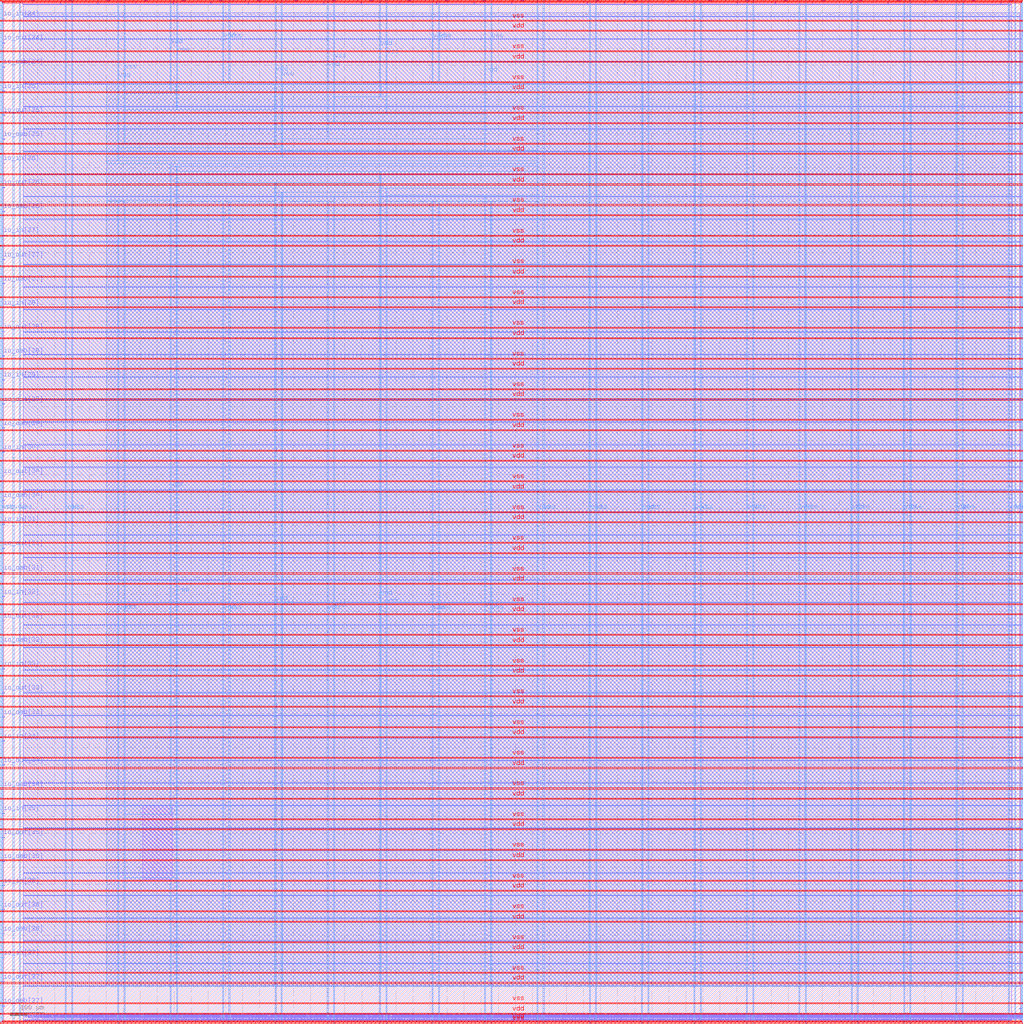
<source format=lef>
VERSION 5.7 ;
  NOWIREEXTENSIONATPIN ON ;
  DIVIDERCHAR "/" ;
  BUSBITCHARS "[]" ;
MACRO user_project_wrapper
  CLASS BLOCK ;
  FOREIGN user_project_wrapper ;
  ORIGIN 0.000 0.000 ;
  SIZE 2980.200 BY 2980.200 ;
  PIN io_in[0]
    DIRECTION INPUT ;
    USE SIGNAL ;
    PORT
      LAYER Metal3 ;
        RECT 2977.800 35.560 2985.000 36.680 ;
    END
  END io_in[0]
  PIN io_in[10]
    DIRECTION INPUT ;
    USE SIGNAL ;
    PORT
      LAYER Metal3 ;
        RECT 2977.800 2017.960 2985.000 2019.080 ;
    END
  END io_in[10]
  PIN io_in[11]
    DIRECTION INPUT ;
    USE SIGNAL ;
    PORT
      LAYER Metal3 ;
        RECT 2977.800 2216.200 2985.000 2217.320 ;
    END
  END io_in[11]
  PIN io_in[12]
    DIRECTION INPUT ;
    USE SIGNAL ;
    PORT
      LAYER Metal3 ;
        RECT 2977.800 2414.440 2985.000 2415.560 ;
    END
  END io_in[12]
  PIN io_in[13]
    DIRECTION INPUT ;
    USE SIGNAL ;
    PORT
      LAYER Metal3 ;
        RECT 2977.800 2612.680 2985.000 2613.800 ;
    END
  END io_in[13]
  PIN io_in[14]
    DIRECTION INPUT ;
    USE SIGNAL ;
    PORT
      LAYER Metal3 ;
        RECT 2977.800 2810.920 2985.000 2812.040 ;
    END
  END io_in[14]
  PIN io_in[15]
    DIRECTION INPUT ;
    USE SIGNAL ;
    PORT
      LAYER Metal2 ;
        RECT 2923.480 2977.800 2924.600 2985.000 ;
    END
  END io_in[15]
  PIN io_in[16]
    DIRECTION INPUT ;
    USE SIGNAL ;
    PORT
      LAYER Metal2 ;
        RECT 2592.520 2977.800 2593.640 2985.000 ;
    END
  END io_in[16]
  PIN io_in[17]
    DIRECTION INPUT ;
    USE SIGNAL ;
    PORT
      LAYER Metal2 ;
        RECT 2261.560 2977.800 2262.680 2985.000 ;
    END
  END io_in[17]
  PIN io_in[18]
    DIRECTION INPUT ;
    USE SIGNAL ;
    PORT
      LAYER Metal2 ;
        RECT 1930.600 2977.800 1931.720 2985.000 ;
    END
  END io_in[18]
  PIN io_in[19]
    DIRECTION INPUT ;
    USE SIGNAL ;
    PORT
      LAYER Metal2 ;
        RECT 1599.640 2977.800 1600.760 2985.000 ;
    END
  END io_in[19]
  PIN io_in[1]
    DIRECTION INPUT ;
    USE SIGNAL ;
    PORT
      LAYER Metal3 ;
        RECT 2977.800 233.800 2985.000 234.920 ;
    END
  END io_in[1]
  PIN io_in[20]
    DIRECTION INPUT ;
    USE SIGNAL ;
    PORT
      LAYER Metal2 ;
        RECT 1268.680 2977.800 1269.800 2985.000 ;
    END
  END io_in[20]
  PIN io_in[21]
    DIRECTION INPUT ;
    USE SIGNAL ;
    PORT
      LAYER Metal2 ;
        RECT 937.720 2977.800 938.840 2985.000 ;
    END
  END io_in[21]
  PIN io_in[22]
    DIRECTION INPUT ;
    USE SIGNAL ;
    PORT
      LAYER Metal2 ;
        RECT 606.760 2977.800 607.880 2985.000 ;
    END
  END io_in[22]
  PIN io_in[23]
    DIRECTION INPUT ;
    USE SIGNAL ;
    PORT
      LAYER Metal2 ;
        RECT 275.800 2977.800 276.920 2985.000 ;
    END
  END io_in[23]
  PIN io_in[24]
    DIRECTION INPUT ;
    USE SIGNAL ;
    PORT
      LAYER Metal3 ;
        RECT -4.800 2935.800 2.400 2936.920 ;
    END
  END io_in[24]
  PIN io_in[25]
    DIRECTION INPUT ;
    USE SIGNAL ;
    PORT
      LAYER Metal3 ;
        RECT -4.800 2724.120 2.400 2725.240 ;
    END
  END io_in[25]
  PIN io_in[26]
    DIRECTION INPUT ;
    USE SIGNAL ;
    PORT
      LAYER Metal3 ;
        RECT -4.800 2512.440 2.400 2513.560 ;
    END
  END io_in[26]
  PIN io_in[27]
    DIRECTION INPUT ;
    USE SIGNAL ;
    PORT
      LAYER Metal3 ;
        RECT -4.800 2300.760 2.400 2301.880 ;
    END
  END io_in[27]
  PIN io_in[28]
    DIRECTION INPUT ;
    USE SIGNAL ;
    PORT
      LAYER Metal3 ;
        RECT -4.800 2089.080 2.400 2090.200 ;
    END
  END io_in[28]
  PIN io_in[29]
    DIRECTION INPUT ;
    USE SIGNAL ;
    PORT
      LAYER Metal3 ;
        RECT -4.800 1877.400 2.400 1878.520 ;
    END
  END io_in[29]
  PIN io_in[2]
    DIRECTION INPUT ;
    USE SIGNAL ;
    PORT
      LAYER Metal3 ;
        RECT 2977.800 432.040 2985.000 433.160 ;
    END
  END io_in[2]
  PIN io_in[30]
    DIRECTION INPUT ;
    USE SIGNAL ;
    PORT
      LAYER Metal3 ;
        RECT -4.800 1665.720 2.400 1666.840 ;
    END
  END io_in[30]
  PIN io_in[31]
    DIRECTION INPUT ;
    USE SIGNAL ;
    PORT
      LAYER Metal3 ;
        RECT -4.800 1454.040 2.400 1455.160 ;
    END
  END io_in[31]
  PIN io_in[32]
    DIRECTION INPUT ;
    USE SIGNAL ;
    PORT
      LAYER Metal3 ;
        RECT -4.800 1242.360 2.400 1243.480 ;
    END
  END io_in[32]
  PIN io_in[33]
    DIRECTION INPUT ;
    USE SIGNAL ;
    PORT
      LAYER Metal3 ;
        RECT -4.800 1030.680 2.400 1031.800 ;
    END
  END io_in[33]
  PIN io_in[34]
    DIRECTION INPUT ;
    USE SIGNAL ;
    PORT
      LAYER Metal3 ;
        RECT -4.800 819.000 2.400 820.120 ;
    END
  END io_in[34]
  PIN io_in[35]
    DIRECTION INPUT ;
    USE SIGNAL ;
    PORT
      LAYER Metal3 ;
        RECT -4.800 607.320 2.400 608.440 ;
    END
  END io_in[35]
  PIN io_in[36]
    DIRECTION INPUT ;
    USE SIGNAL ;
    PORT
      LAYER Metal3 ;
        RECT -4.800 395.640 2.400 396.760 ;
    END
  END io_in[36]
  PIN io_in[37]
    DIRECTION INPUT ;
    USE SIGNAL ;
    PORT
      LAYER Metal3 ;
        RECT -4.800 183.960 2.400 185.080 ;
    END
  END io_in[37]
  PIN io_in[3]
    DIRECTION INPUT ;
    USE SIGNAL ;
    PORT
      LAYER Metal3 ;
        RECT 2977.800 630.280 2985.000 631.400 ;
    END
  END io_in[3]
  PIN io_in[4]
    DIRECTION INPUT ;
    USE SIGNAL ;
    PORT
      LAYER Metal3 ;
        RECT 2977.800 828.520 2985.000 829.640 ;
    END
  END io_in[4]
  PIN io_in[5]
    DIRECTION INPUT ;
    USE SIGNAL ;
    PORT
      LAYER Metal3 ;
        RECT 2977.800 1026.760 2985.000 1027.880 ;
    END
  END io_in[5]
  PIN io_in[6]
    DIRECTION INPUT ;
    USE SIGNAL ;
    PORT
      LAYER Metal3 ;
        RECT 2977.800 1225.000 2985.000 1226.120 ;
    END
  END io_in[6]
  PIN io_in[7]
    DIRECTION INPUT ;
    USE SIGNAL ;
    PORT
      LAYER Metal3 ;
        RECT 2977.800 1423.240 2985.000 1424.360 ;
    END
  END io_in[7]
  PIN io_in[8]
    DIRECTION INPUT ;
    USE SIGNAL ;
    PORT
      LAYER Metal3 ;
        RECT 2977.800 1621.480 2985.000 1622.600 ;
    END
  END io_in[8]
  PIN io_in[9]
    DIRECTION INPUT ;
    USE SIGNAL ;
    PORT
      LAYER Metal3 ;
        RECT 2977.800 1819.720 2985.000 1820.840 ;
    END
  END io_in[9]
  PIN io_oeb[0]
    DIRECTION OUTPUT TRISTATE ;
    USE SIGNAL ;
    PORT
      LAYER Metal3 ;
        RECT 2977.800 167.720 2985.000 168.840 ;
    END
  END io_oeb[0]
  PIN io_oeb[10]
    DIRECTION OUTPUT TRISTATE ;
    USE SIGNAL ;
    PORT
      LAYER Metal3 ;
        RECT 2977.800 2150.120 2985.000 2151.240 ;
    END
  END io_oeb[10]
  PIN io_oeb[11]
    DIRECTION OUTPUT TRISTATE ;
    USE SIGNAL ;
    PORT
      LAYER Metal3 ;
        RECT 2977.800 2348.360 2985.000 2349.480 ;
    END
  END io_oeb[11]
  PIN io_oeb[12]
    DIRECTION OUTPUT TRISTATE ;
    USE SIGNAL ;
    PORT
      LAYER Metal3 ;
        RECT 2977.800 2546.600 2985.000 2547.720 ;
    END
  END io_oeb[12]
  PIN io_oeb[13]
    DIRECTION OUTPUT TRISTATE ;
    USE SIGNAL ;
    PORT
      LAYER Metal3 ;
        RECT 2977.800 2744.840 2985.000 2745.960 ;
    END
  END io_oeb[13]
  PIN io_oeb[14]
    DIRECTION OUTPUT TRISTATE ;
    USE SIGNAL ;
    PORT
      LAYER Metal3 ;
        RECT 2977.800 2943.080 2985.000 2944.200 ;
    END
  END io_oeb[14]
  PIN io_oeb[15]
    DIRECTION OUTPUT TRISTATE ;
    USE SIGNAL ;
    PORT
      LAYER Metal2 ;
        RECT 2702.840 2977.800 2703.960 2985.000 ;
    END
  END io_oeb[15]
  PIN io_oeb[16]
    DIRECTION OUTPUT TRISTATE ;
    USE SIGNAL ;
    PORT
      LAYER Metal2 ;
        RECT 2371.880 2977.800 2373.000 2985.000 ;
    END
  END io_oeb[16]
  PIN io_oeb[17]
    DIRECTION OUTPUT TRISTATE ;
    USE SIGNAL ;
    PORT
      LAYER Metal2 ;
        RECT 2040.920 2977.800 2042.040 2985.000 ;
    END
  END io_oeb[17]
  PIN io_oeb[18]
    DIRECTION OUTPUT TRISTATE ;
    USE SIGNAL ;
    PORT
      LAYER Metal2 ;
        RECT 1709.960 2977.800 1711.080 2985.000 ;
    END
  END io_oeb[18]
  PIN io_oeb[19]
    DIRECTION OUTPUT TRISTATE ;
    USE SIGNAL ;
    PORT
      LAYER Metal2 ;
        RECT 1379.000 2977.800 1380.120 2985.000 ;
    END
  END io_oeb[19]
  PIN io_oeb[1]
    DIRECTION OUTPUT TRISTATE ;
    USE SIGNAL ;
    PORT
      LAYER Metal3 ;
        RECT 2977.800 365.960 2985.000 367.080 ;
    END
  END io_oeb[1]
  PIN io_oeb[20]
    DIRECTION OUTPUT TRISTATE ;
    USE SIGNAL ;
    PORT
      LAYER Metal2 ;
        RECT 1048.040 2977.800 1049.160 2985.000 ;
    END
  END io_oeb[20]
  PIN io_oeb[21]
    DIRECTION OUTPUT TRISTATE ;
    USE SIGNAL ;
    PORT
      LAYER Metal2 ;
        RECT 717.080 2977.800 718.200 2985.000 ;
    END
  END io_oeb[21]
  PIN io_oeb[22]
    DIRECTION OUTPUT TRISTATE ;
    USE SIGNAL ;
    PORT
      LAYER Metal2 ;
        RECT 386.120 2977.800 387.240 2985.000 ;
    END
  END io_oeb[22]
  PIN io_oeb[23]
    DIRECTION OUTPUT TRISTATE ;
    USE SIGNAL ;
    PORT
      LAYER Metal2 ;
        RECT 55.160 2977.800 56.280 2985.000 ;
    END
  END io_oeb[23]
  PIN io_oeb[24]
    DIRECTION OUTPUT TRISTATE ;
    USE SIGNAL ;
    PORT
      LAYER Metal3 ;
        RECT -4.800 2794.680 2.400 2795.800 ;
    END
  END io_oeb[24]
  PIN io_oeb[25]
    DIRECTION OUTPUT TRISTATE ;
    USE SIGNAL ;
    PORT
      LAYER Metal3 ;
        RECT -4.800 2583.000 2.400 2584.120 ;
    END
  END io_oeb[25]
  PIN io_oeb[26]
    DIRECTION OUTPUT TRISTATE ;
    USE SIGNAL ;
    PORT
      LAYER Metal3 ;
        RECT -4.800 2371.320 2.400 2372.440 ;
    END
  END io_oeb[26]
  PIN io_oeb[27]
    DIRECTION OUTPUT TRISTATE ;
    USE SIGNAL ;
    PORT
      LAYER Metal3 ;
        RECT -4.800 2159.640 2.400 2160.760 ;
    END
  END io_oeb[27]
  PIN io_oeb[28]
    DIRECTION OUTPUT TRISTATE ;
    USE SIGNAL ;
    PORT
      LAYER Metal3 ;
        RECT -4.800 1947.960 2.400 1949.080 ;
    END
  END io_oeb[28]
  PIN io_oeb[29]
    DIRECTION OUTPUT TRISTATE ;
    USE SIGNAL ;
    PORT
      LAYER Metal3 ;
        RECT -4.800 1736.280 2.400 1737.400 ;
    END
  END io_oeb[29]
  PIN io_oeb[2]
    DIRECTION OUTPUT TRISTATE ;
    USE SIGNAL ;
    PORT
      LAYER Metal3 ;
        RECT 2977.800 564.200 2985.000 565.320 ;
    END
  END io_oeb[2]
  PIN io_oeb[30]
    DIRECTION OUTPUT TRISTATE ;
    USE SIGNAL ;
    PORT
      LAYER Metal3 ;
        RECT -4.800 1524.600 2.400 1525.720 ;
    END
  END io_oeb[30]
  PIN io_oeb[31]
    DIRECTION OUTPUT TRISTATE ;
    USE SIGNAL ;
    PORT
      LAYER Metal3 ;
        RECT -4.800 1312.920 2.400 1314.040 ;
    END
  END io_oeb[31]
  PIN io_oeb[32]
    DIRECTION OUTPUT TRISTATE ;
    USE SIGNAL ;
    PORT
      LAYER Metal3 ;
        RECT -4.800 1101.240 2.400 1102.360 ;
    END
  END io_oeb[32]
  PIN io_oeb[33]
    DIRECTION OUTPUT TRISTATE ;
    USE SIGNAL ;
    PORT
      LAYER Metal3 ;
        RECT -4.800 889.560 2.400 890.680 ;
    END
  END io_oeb[33]
  PIN io_oeb[34]
    DIRECTION OUTPUT TRISTATE ;
    USE SIGNAL ;
    PORT
      LAYER Metal3 ;
        RECT -4.800 677.880 2.400 679.000 ;
    END
  END io_oeb[34]
  PIN io_oeb[35]
    DIRECTION OUTPUT TRISTATE ;
    USE SIGNAL ;
    PORT
      LAYER Metal3 ;
        RECT -4.800 466.200 2.400 467.320 ;
    END
  END io_oeb[35]
  PIN io_oeb[36]
    DIRECTION OUTPUT TRISTATE ;
    USE SIGNAL ;
    PORT
      LAYER Metal3 ;
        RECT -4.800 254.520 2.400 255.640 ;
    END
  END io_oeb[36]
  PIN io_oeb[37]
    DIRECTION OUTPUT TRISTATE ;
    USE SIGNAL ;
    PORT
      LAYER Metal3 ;
        RECT -4.800 42.840 2.400 43.960 ;
    END
  END io_oeb[37]
  PIN io_oeb[3]
    DIRECTION OUTPUT TRISTATE ;
    USE SIGNAL ;
    PORT
      LAYER Metal3 ;
        RECT 2977.800 762.440 2985.000 763.560 ;
    END
  END io_oeb[3]
  PIN io_oeb[4]
    DIRECTION OUTPUT TRISTATE ;
    USE SIGNAL ;
    PORT
      LAYER Metal3 ;
        RECT 2977.800 960.680 2985.000 961.800 ;
    END
  END io_oeb[4]
  PIN io_oeb[5]
    DIRECTION OUTPUT TRISTATE ;
    USE SIGNAL ;
    PORT
      LAYER Metal3 ;
        RECT 2977.800 1158.920 2985.000 1160.040 ;
    END
  END io_oeb[5]
  PIN io_oeb[6]
    DIRECTION OUTPUT TRISTATE ;
    USE SIGNAL ;
    PORT
      LAYER Metal3 ;
        RECT 2977.800 1357.160 2985.000 1358.280 ;
    END
  END io_oeb[6]
  PIN io_oeb[7]
    DIRECTION OUTPUT TRISTATE ;
    USE SIGNAL ;
    PORT
      LAYER Metal3 ;
        RECT 2977.800 1555.400 2985.000 1556.520 ;
    END
  END io_oeb[7]
  PIN io_oeb[8]
    DIRECTION OUTPUT TRISTATE ;
    USE SIGNAL ;
    PORT
      LAYER Metal3 ;
        RECT 2977.800 1753.640 2985.000 1754.760 ;
    END
  END io_oeb[8]
  PIN io_oeb[9]
    DIRECTION OUTPUT TRISTATE ;
    USE SIGNAL ;
    PORT
      LAYER Metal3 ;
        RECT 2977.800 1951.880 2985.000 1953.000 ;
    END
  END io_oeb[9]
  PIN io_out[0]
    DIRECTION OUTPUT TRISTATE ;
    USE SIGNAL ;
    PORT
      LAYER Metal3 ;
        RECT 2977.800 101.640 2985.000 102.760 ;
    END
  END io_out[0]
  PIN io_out[10]
    DIRECTION OUTPUT TRISTATE ;
    USE SIGNAL ;
    PORT
      LAYER Metal3 ;
        RECT 2977.800 2084.040 2985.000 2085.160 ;
    END
  END io_out[10]
  PIN io_out[11]
    DIRECTION OUTPUT TRISTATE ;
    USE SIGNAL ;
    PORT
      LAYER Metal3 ;
        RECT 2977.800 2282.280 2985.000 2283.400 ;
    END
  END io_out[11]
  PIN io_out[12]
    DIRECTION OUTPUT TRISTATE ;
    USE SIGNAL ;
    PORT
      LAYER Metal3 ;
        RECT 2977.800 2480.520 2985.000 2481.640 ;
    END
  END io_out[12]
  PIN io_out[13]
    DIRECTION OUTPUT TRISTATE ;
    USE SIGNAL ;
    PORT
      LAYER Metal3 ;
        RECT 2977.800 2678.760 2985.000 2679.880 ;
    END
  END io_out[13]
  PIN io_out[14]
    DIRECTION OUTPUT TRISTATE ;
    USE SIGNAL ;
    PORT
      LAYER Metal3 ;
        RECT 2977.800 2877.000 2985.000 2878.120 ;
    END
  END io_out[14]
  PIN io_out[15]
    DIRECTION OUTPUT TRISTATE ;
    USE SIGNAL ;
    PORT
      LAYER Metal2 ;
        RECT 2813.160 2977.800 2814.280 2985.000 ;
    END
  END io_out[15]
  PIN io_out[16]
    DIRECTION OUTPUT TRISTATE ;
    USE SIGNAL ;
    PORT
      LAYER Metal2 ;
        RECT 2482.200 2977.800 2483.320 2985.000 ;
    END
  END io_out[16]
  PIN io_out[17]
    DIRECTION OUTPUT TRISTATE ;
    USE SIGNAL ;
    PORT
      LAYER Metal2 ;
        RECT 2151.240 2977.800 2152.360 2985.000 ;
    END
  END io_out[17]
  PIN io_out[18]
    DIRECTION OUTPUT TRISTATE ;
    USE SIGNAL ;
    PORT
      LAYER Metal2 ;
        RECT 1820.280 2977.800 1821.400 2985.000 ;
    END
  END io_out[18]
  PIN io_out[19]
    DIRECTION OUTPUT TRISTATE ;
    USE SIGNAL ;
    PORT
      LAYER Metal2 ;
        RECT 1489.320 2977.800 1490.440 2985.000 ;
    END
  END io_out[19]
  PIN io_out[1]
    DIRECTION OUTPUT TRISTATE ;
    USE SIGNAL ;
    PORT
      LAYER Metal3 ;
        RECT 2977.800 299.880 2985.000 301.000 ;
    END
  END io_out[1]
  PIN io_out[20]
    DIRECTION OUTPUT TRISTATE ;
    USE SIGNAL ;
    PORT
      LAYER Metal2 ;
        RECT 1158.360 2977.800 1159.480 2985.000 ;
    END
  END io_out[20]
  PIN io_out[21]
    DIRECTION OUTPUT TRISTATE ;
    USE SIGNAL ;
    PORT
      LAYER Metal2 ;
        RECT 827.400 2977.800 828.520 2985.000 ;
    END
  END io_out[21]
  PIN io_out[22]
    DIRECTION OUTPUT TRISTATE ;
    USE SIGNAL ;
    PORT
      LAYER Metal2 ;
        RECT 496.440 2977.800 497.560 2985.000 ;
    END
  END io_out[22]
  PIN io_out[23]
    DIRECTION OUTPUT TRISTATE ;
    USE SIGNAL ;
    PORT
      LAYER Metal2 ;
        RECT 165.480 2977.800 166.600 2985.000 ;
    END
  END io_out[23]
  PIN io_out[24]
    DIRECTION OUTPUT TRISTATE ;
    USE SIGNAL ;
    PORT
      LAYER Metal3 ;
        RECT -4.800 2865.240 2.400 2866.360 ;
    END
  END io_out[24]
  PIN io_out[25]
    DIRECTION OUTPUT TRISTATE ;
    USE SIGNAL ;
    PORT
      LAYER Metal3 ;
        RECT -4.800 2653.560 2.400 2654.680 ;
    END
  END io_out[25]
  PIN io_out[26]
    DIRECTION OUTPUT TRISTATE ;
    USE SIGNAL ;
    PORT
      LAYER Metal3 ;
        RECT -4.800 2441.880 2.400 2443.000 ;
    END
  END io_out[26]
  PIN io_out[27]
    DIRECTION OUTPUT TRISTATE ;
    USE SIGNAL ;
    PORT
      LAYER Metal3 ;
        RECT -4.800 2230.200 2.400 2231.320 ;
    END
  END io_out[27]
  PIN io_out[28]
    DIRECTION OUTPUT TRISTATE ;
    USE SIGNAL ;
    PORT
      LAYER Metal3 ;
        RECT -4.800 2018.520 2.400 2019.640 ;
    END
  END io_out[28]
  PIN io_out[29]
    DIRECTION OUTPUT TRISTATE ;
    USE SIGNAL ;
    PORT
      LAYER Metal3 ;
        RECT -4.800 1806.840 2.400 1807.960 ;
    END
  END io_out[29]
  PIN io_out[2]
    DIRECTION OUTPUT TRISTATE ;
    USE SIGNAL ;
    PORT
      LAYER Metal3 ;
        RECT 2977.800 498.120 2985.000 499.240 ;
    END
  END io_out[2]
  PIN io_out[30]
    DIRECTION OUTPUT TRISTATE ;
    USE SIGNAL ;
    PORT
      LAYER Metal3 ;
        RECT -4.800 1595.160 2.400 1596.280 ;
    END
  END io_out[30]
  PIN io_out[31]
    DIRECTION OUTPUT TRISTATE ;
    USE SIGNAL ;
    PORT
      LAYER Metal3 ;
        RECT -4.800 1383.480 2.400 1384.600 ;
    END
  END io_out[31]
  PIN io_out[32]
    DIRECTION OUTPUT TRISTATE ;
    USE SIGNAL ;
    PORT
      LAYER Metal3 ;
        RECT -4.800 1171.800 2.400 1172.920 ;
    END
  END io_out[32]
  PIN io_out[33]
    DIRECTION OUTPUT TRISTATE ;
    USE SIGNAL ;
    PORT
      LAYER Metal3 ;
        RECT -4.800 960.120 2.400 961.240 ;
    END
  END io_out[33]
  PIN io_out[34]
    DIRECTION OUTPUT TRISTATE ;
    USE SIGNAL ;
    PORT
      LAYER Metal3 ;
        RECT -4.800 748.440 2.400 749.560 ;
    END
  END io_out[34]
  PIN io_out[35]
    DIRECTION OUTPUT TRISTATE ;
    USE SIGNAL ;
    PORT
      LAYER Metal3 ;
        RECT -4.800 536.760 2.400 537.880 ;
    END
  END io_out[35]
  PIN io_out[36]
    DIRECTION OUTPUT TRISTATE ;
    USE SIGNAL ;
    PORT
      LAYER Metal3 ;
        RECT -4.800 325.080 2.400 326.200 ;
    END
  END io_out[36]
  PIN io_out[37]
    DIRECTION OUTPUT TRISTATE ;
    USE SIGNAL ;
    PORT
      LAYER Metal3 ;
        RECT -4.800 113.400 2.400 114.520 ;
    END
  END io_out[37]
  PIN io_out[3]
    DIRECTION OUTPUT TRISTATE ;
    USE SIGNAL ;
    PORT
      LAYER Metal3 ;
        RECT 2977.800 696.360 2985.000 697.480 ;
    END
  END io_out[3]
  PIN io_out[4]
    DIRECTION OUTPUT TRISTATE ;
    USE SIGNAL ;
    PORT
      LAYER Metal3 ;
        RECT 2977.800 894.600 2985.000 895.720 ;
    END
  END io_out[4]
  PIN io_out[5]
    DIRECTION OUTPUT TRISTATE ;
    USE SIGNAL ;
    PORT
      LAYER Metal3 ;
        RECT 2977.800 1092.840 2985.000 1093.960 ;
    END
  END io_out[5]
  PIN io_out[6]
    DIRECTION OUTPUT TRISTATE ;
    USE SIGNAL ;
    PORT
      LAYER Metal3 ;
        RECT 2977.800 1291.080 2985.000 1292.200 ;
    END
  END io_out[6]
  PIN io_out[7]
    DIRECTION OUTPUT TRISTATE ;
    USE SIGNAL ;
    PORT
      LAYER Metal3 ;
        RECT 2977.800 1489.320 2985.000 1490.440 ;
    END
  END io_out[7]
  PIN io_out[8]
    DIRECTION OUTPUT TRISTATE ;
    USE SIGNAL ;
    PORT
      LAYER Metal3 ;
        RECT 2977.800 1687.560 2985.000 1688.680 ;
    END
  END io_out[8]
  PIN io_out[9]
    DIRECTION OUTPUT TRISTATE ;
    USE SIGNAL ;
    PORT
      LAYER Metal3 ;
        RECT 2977.800 1885.800 2985.000 1886.920 ;
    END
  END io_out[9]
  PIN la_data_in[0]
    DIRECTION INPUT ;
    USE SIGNAL ;
    PORT
      LAYER Metal2 ;
        RECT 1065.960 -4.800 1067.080 2.400 ;
    END
  END la_data_in[0]
  PIN la_data_in[10]
    DIRECTION INPUT ;
    USE SIGNAL ;
    PORT
      LAYER Metal2 ;
        RECT 1351.560 -4.800 1352.680 2.400 ;
    END
  END la_data_in[10]
  PIN la_data_in[11]
    DIRECTION INPUT ;
    USE SIGNAL ;
    PORT
      LAYER Metal2 ;
        RECT 1380.120 -4.800 1381.240 2.400 ;
    END
  END la_data_in[11]
  PIN la_data_in[12]
    DIRECTION INPUT ;
    USE SIGNAL ;
    PORT
      LAYER Metal2 ;
        RECT 1408.680 -4.800 1409.800 2.400 ;
    END
  END la_data_in[12]
  PIN la_data_in[13]
    DIRECTION INPUT ;
    USE SIGNAL ;
    PORT
      LAYER Metal2 ;
        RECT 1437.240 -4.800 1438.360 2.400 ;
    END
  END la_data_in[13]
  PIN la_data_in[14]
    DIRECTION INPUT ;
    USE SIGNAL ;
    PORT
      LAYER Metal2 ;
        RECT 1465.800 -4.800 1466.920 2.400 ;
    END
  END la_data_in[14]
  PIN la_data_in[15]
    DIRECTION INPUT ;
    USE SIGNAL ;
    PORT
      LAYER Metal2 ;
        RECT 1494.360 -4.800 1495.480 2.400 ;
    END
  END la_data_in[15]
  PIN la_data_in[16]
    DIRECTION INPUT ;
    USE SIGNAL ;
    PORT
      LAYER Metal2 ;
        RECT 1522.920 -4.800 1524.040 2.400 ;
    END
  END la_data_in[16]
  PIN la_data_in[17]
    DIRECTION INPUT ;
    USE SIGNAL ;
    PORT
      LAYER Metal2 ;
        RECT 1551.480 -4.800 1552.600 2.400 ;
    END
  END la_data_in[17]
  PIN la_data_in[18]
    DIRECTION INPUT ;
    USE SIGNAL ;
    PORT
      LAYER Metal2 ;
        RECT 1580.040 -4.800 1581.160 2.400 ;
    END
  END la_data_in[18]
  PIN la_data_in[19]
    DIRECTION INPUT ;
    USE SIGNAL ;
    PORT
      LAYER Metal2 ;
        RECT 1608.600 -4.800 1609.720 2.400 ;
    END
  END la_data_in[19]
  PIN la_data_in[1]
    DIRECTION INPUT ;
    USE SIGNAL ;
    PORT
      LAYER Metal2 ;
        RECT 1094.520 -4.800 1095.640 2.400 ;
    END
  END la_data_in[1]
  PIN la_data_in[20]
    DIRECTION INPUT ;
    USE SIGNAL ;
    PORT
      LAYER Metal2 ;
        RECT 1637.160 -4.800 1638.280 2.400 ;
    END
  END la_data_in[20]
  PIN la_data_in[21]
    DIRECTION INPUT ;
    USE SIGNAL ;
    PORT
      LAYER Metal2 ;
        RECT 1665.720 -4.800 1666.840 2.400 ;
    END
  END la_data_in[21]
  PIN la_data_in[22]
    DIRECTION INPUT ;
    USE SIGNAL ;
    PORT
      LAYER Metal2 ;
        RECT 1694.280 -4.800 1695.400 2.400 ;
    END
  END la_data_in[22]
  PIN la_data_in[23]
    DIRECTION INPUT ;
    USE SIGNAL ;
    PORT
      LAYER Metal2 ;
        RECT 1722.840 -4.800 1723.960 2.400 ;
    END
  END la_data_in[23]
  PIN la_data_in[24]
    DIRECTION INPUT ;
    USE SIGNAL ;
    PORT
      LAYER Metal2 ;
        RECT 1751.400 -4.800 1752.520 2.400 ;
    END
  END la_data_in[24]
  PIN la_data_in[25]
    DIRECTION INPUT ;
    USE SIGNAL ;
    PORT
      LAYER Metal2 ;
        RECT 1779.960 -4.800 1781.080 2.400 ;
    END
  END la_data_in[25]
  PIN la_data_in[26]
    DIRECTION INPUT ;
    USE SIGNAL ;
    PORT
      LAYER Metal2 ;
        RECT 1808.520 -4.800 1809.640 2.400 ;
    END
  END la_data_in[26]
  PIN la_data_in[27]
    DIRECTION INPUT ;
    USE SIGNAL ;
    PORT
      LAYER Metal2 ;
        RECT 1837.080 -4.800 1838.200 2.400 ;
    END
  END la_data_in[27]
  PIN la_data_in[28]
    DIRECTION INPUT ;
    USE SIGNAL ;
    PORT
      LAYER Metal2 ;
        RECT 1865.640 -4.800 1866.760 2.400 ;
    END
  END la_data_in[28]
  PIN la_data_in[29]
    DIRECTION INPUT ;
    USE SIGNAL ;
    PORT
      LAYER Metal2 ;
        RECT 1894.200 -4.800 1895.320 2.400 ;
    END
  END la_data_in[29]
  PIN la_data_in[2]
    DIRECTION INPUT ;
    USE SIGNAL ;
    PORT
      LAYER Metal2 ;
        RECT 1123.080 -4.800 1124.200 2.400 ;
    END
  END la_data_in[2]
  PIN la_data_in[30]
    DIRECTION INPUT ;
    USE SIGNAL ;
    PORT
      LAYER Metal2 ;
        RECT 1922.760 -4.800 1923.880 2.400 ;
    END
  END la_data_in[30]
  PIN la_data_in[31]
    DIRECTION INPUT ;
    USE SIGNAL ;
    PORT
      LAYER Metal2 ;
        RECT 1951.320 -4.800 1952.440 2.400 ;
    END
  END la_data_in[31]
  PIN la_data_in[32]
    DIRECTION INPUT ;
    USE SIGNAL ;
    PORT
      LAYER Metal2 ;
        RECT 1979.880 -4.800 1981.000 2.400 ;
    END
  END la_data_in[32]
  PIN la_data_in[33]
    DIRECTION INPUT ;
    USE SIGNAL ;
    PORT
      LAYER Metal2 ;
        RECT 2008.440 -4.800 2009.560 2.400 ;
    END
  END la_data_in[33]
  PIN la_data_in[34]
    DIRECTION INPUT ;
    USE SIGNAL ;
    PORT
      LAYER Metal2 ;
        RECT 2037.000 -4.800 2038.120 2.400 ;
    END
  END la_data_in[34]
  PIN la_data_in[35]
    DIRECTION INPUT ;
    USE SIGNAL ;
    PORT
      LAYER Metal2 ;
        RECT 2065.560 -4.800 2066.680 2.400 ;
    END
  END la_data_in[35]
  PIN la_data_in[36]
    DIRECTION INPUT ;
    USE SIGNAL ;
    PORT
      LAYER Metal2 ;
        RECT 2094.120 -4.800 2095.240 2.400 ;
    END
  END la_data_in[36]
  PIN la_data_in[37]
    DIRECTION INPUT ;
    USE SIGNAL ;
    PORT
      LAYER Metal2 ;
        RECT 2122.680 -4.800 2123.800 2.400 ;
    END
  END la_data_in[37]
  PIN la_data_in[38]
    DIRECTION INPUT ;
    USE SIGNAL ;
    PORT
      LAYER Metal2 ;
        RECT 2151.240 -4.800 2152.360 2.400 ;
    END
  END la_data_in[38]
  PIN la_data_in[39]
    DIRECTION INPUT ;
    USE SIGNAL ;
    PORT
      LAYER Metal2 ;
        RECT 2179.800 -4.800 2180.920 2.400 ;
    END
  END la_data_in[39]
  PIN la_data_in[3]
    DIRECTION INPUT ;
    USE SIGNAL ;
    PORT
      LAYER Metal2 ;
        RECT 1151.640 -4.800 1152.760 2.400 ;
    END
  END la_data_in[3]
  PIN la_data_in[40]
    DIRECTION INPUT ;
    USE SIGNAL ;
    PORT
      LAYER Metal2 ;
        RECT 2208.360 -4.800 2209.480 2.400 ;
    END
  END la_data_in[40]
  PIN la_data_in[41]
    DIRECTION INPUT ;
    USE SIGNAL ;
    PORT
      LAYER Metal2 ;
        RECT 2236.920 -4.800 2238.040 2.400 ;
    END
  END la_data_in[41]
  PIN la_data_in[42]
    DIRECTION INPUT ;
    USE SIGNAL ;
    PORT
      LAYER Metal2 ;
        RECT 2265.480 -4.800 2266.600 2.400 ;
    END
  END la_data_in[42]
  PIN la_data_in[43]
    DIRECTION INPUT ;
    USE SIGNAL ;
    PORT
      LAYER Metal2 ;
        RECT 2294.040 -4.800 2295.160 2.400 ;
    END
  END la_data_in[43]
  PIN la_data_in[44]
    DIRECTION INPUT ;
    USE SIGNAL ;
    PORT
      LAYER Metal2 ;
        RECT 2322.600 -4.800 2323.720 2.400 ;
    END
  END la_data_in[44]
  PIN la_data_in[45]
    DIRECTION INPUT ;
    USE SIGNAL ;
    PORT
      LAYER Metal2 ;
        RECT 2351.160 -4.800 2352.280 2.400 ;
    END
  END la_data_in[45]
  PIN la_data_in[46]
    DIRECTION INPUT ;
    USE SIGNAL ;
    PORT
      LAYER Metal2 ;
        RECT 2379.720 -4.800 2380.840 2.400 ;
    END
  END la_data_in[46]
  PIN la_data_in[47]
    DIRECTION INPUT ;
    USE SIGNAL ;
    PORT
      LAYER Metal2 ;
        RECT 2408.280 -4.800 2409.400 2.400 ;
    END
  END la_data_in[47]
  PIN la_data_in[48]
    DIRECTION INPUT ;
    USE SIGNAL ;
    PORT
      LAYER Metal2 ;
        RECT 2436.840 -4.800 2437.960 2.400 ;
    END
  END la_data_in[48]
  PIN la_data_in[49]
    DIRECTION INPUT ;
    USE SIGNAL ;
    PORT
      LAYER Metal2 ;
        RECT 2465.400 -4.800 2466.520 2.400 ;
    END
  END la_data_in[49]
  PIN la_data_in[4]
    DIRECTION INPUT ;
    USE SIGNAL ;
    PORT
      LAYER Metal2 ;
        RECT 1180.200 -4.800 1181.320 2.400 ;
    END
  END la_data_in[4]
  PIN la_data_in[50]
    DIRECTION INPUT ;
    USE SIGNAL ;
    PORT
      LAYER Metal2 ;
        RECT 2493.960 -4.800 2495.080 2.400 ;
    END
  END la_data_in[50]
  PIN la_data_in[51]
    DIRECTION INPUT ;
    USE SIGNAL ;
    PORT
      LAYER Metal2 ;
        RECT 2522.520 -4.800 2523.640 2.400 ;
    END
  END la_data_in[51]
  PIN la_data_in[52]
    DIRECTION INPUT ;
    USE SIGNAL ;
    PORT
      LAYER Metal2 ;
        RECT 2551.080 -4.800 2552.200 2.400 ;
    END
  END la_data_in[52]
  PIN la_data_in[53]
    DIRECTION INPUT ;
    USE SIGNAL ;
    PORT
      LAYER Metal2 ;
        RECT 2579.640 -4.800 2580.760 2.400 ;
    END
  END la_data_in[53]
  PIN la_data_in[54]
    DIRECTION INPUT ;
    USE SIGNAL ;
    PORT
      LAYER Metal2 ;
        RECT 2608.200 -4.800 2609.320 2.400 ;
    END
  END la_data_in[54]
  PIN la_data_in[55]
    DIRECTION INPUT ;
    USE SIGNAL ;
    PORT
      LAYER Metal2 ;
        RECT 2636.760 -4.800 2637.880 2.400 ;
    END
  END la_data_in[55]
  PIN la_data_in[56]
    DIRECTION INPUT ;
    USE SIGNAL ;
    PORT
      LAYER Metal2 ;
        RECT 2665.320 -4.800 2666.440 2.400 ;
    END
  END la_data_in[56]
  PIN la_data_in[57]
    DIRECTION INPUT ;
    USE SIGNAL ;
    PORT
      LAYER Metal2 ;
        RECT 2693.880 -4.800 2695.000 2.400 ;
    END
  END la_data_in[57]
  PIN la_data_in[58]
    DIRECTION INPUT ;
    USE SIGNAL ;
    PORT
      LAYER Metal2 ;
        RECT 2722.440 -4.800 2723.560 2.400 ;
    END
  END la_data_in[58]
  PIN la_data_in[59]
    DIRECTION INPUT ;
    USE SIGNAL ;
    PORT
      LAYER Metal2 ;
        RECT 2751.000 -4.800 2752.120 2.400 ;
    END
  END la_data_in[59]
  PIN la_data_in[5]
    DIRECTION INPUT ;
    USE SIGNAL ;
    PORT
      LAYER Metal2 ;
        RECT 1208.760 -4.800 1209.880 2.400 ;
    END
  END la_data_in[5]
  PIN la_data_in[60]
    DIRECTION INPUT ;
    USE SIGNAL ;
    PORT
      LAYER Metal2 ;
        RECT 2779.560 -4.800 2780.680 2.400 ;
    END
  END la_data_in[60]
  PIN la_data_in[61]
    DIRECTION INPUT ;
    USE SIGNAL ;
    PORT
      LAYER Metal2 ;
        RECT 2808.120 -4.800 2809.240 2.400 ;
    END
  END la_data_in[61]
  PIN la_data_in[62]
    DIRECTION INPUT ;
    USE SIGNAL ;
    PORT
      LAYER Metal2 ;
        RECT 2836.680 -4.800 2837.800 2.400 ;
    END
  END la_data_in[62]
  PIN la_data_in[63]
    DIRECTION INPUT ;
    USE SIGNAL ;
    PORT
      LAYER Metal2 ;
        RECT 2865.240 -4.800 2866.360 2.400 ;
    END
  END la_data_in[63]
  PIN la_data_in[6]
    DIRECTION INPUT ;
    USE SIGNAL ;
    PORT
      LAYER Metal2 ;
        RECT 1237.320 -4.800 1238.440 2.400 ;
    END
  END la_data_in[6]
  PIN la_data_in[7]
    DIRECTION INPUT ;
    USE SIGNAL ;
    PORT
      LAYER Metal2 ;
        RECT 1265.880 -4.800 1267.000 2.400 ;
    END
  END la_data_in[7]
  PIN la_data_in[8]
    DIRECTION INPUT ;
    USE SIGNAL ;
    PORT
      LAYER Metal2 ;
        RECT 1294.440 -4.800 1295.560 2.400 ;
    END
  END la_data_in[8]
  PIN la_data_in[9]
    DIRECTION INPUT ;
    USE SIGNAL ;
    PORT
      LAYER Metal2 ;
        RECT 1323.000 -4.800 1324.120 2.400 ;
    END
  END la_data_in[9]
  PIN la_data_out[0]
    DIRECTION OUTPUT TRISTATE ;
    USE SIGNAL ;
    PORT
      LAYER Metal2 ;
        RECT 1075.480 -4.800 1076.600 2.400 ;
    END
  END la_data_out[0]
  PIN la_data_out[10]
    DIRECTION OUTPUT TRISTATE ;
    USE SIGNAL ;
    PORT
      LAYER Metal2 ;
        RECT 1361.080 -4.800 1362.200 2.400 ;
    END
  END la_data_out[10]
  PIN la_data_out[11]
    DIRECTION OUTPUT TRISTATE ;
    USE SIGNAL ;
    PORT
      LAYER Metal2 ;
        RECT 1389.640 -4.800 1390.760 2.400 ;
    END
  END la_data_out[11]
  PIN la_data_out[12]
    DIRECTION OUTPUT TRISTATE ;
    USE SIGNAL ;
    PORT
      LAYER Metal2 ;
        RECT 1418.200 -4.800 1419.320 2.400 ;
    END
  END la_data_out[12]
  PIN la_data_out[13]
    DIRECTION OUTPUT TRISTATE ;
    USE SIGNAL ;
    PORT
      LAYER Metal2 ;
        RECT 1446.760 -4.800 1447.880 2.400 ;
    END
  END la_data_out[13]
  PIN la_data_out[14]
    DIRECTION OUTPUT TRISTATE ;
    USE SIGNAL ;
    PORT
      LAYER Metal2 ;
        RECT 1475.320 -4.800 1476.440 2.400 ;
    END
  END la_data_out[14]
  PIN la_data_out[15]
    DIRECTION OUTPUT TRISTATE ;
    USE SIGNAL ;
    PORT
      LAYER Metal2 ;
        RECT 1503.880 -4.800 1505.000 2.400 ;
    END
  END la_data_out[15]
  PIN la_data_out[16]
    DIRECTION OUTPUT TRISTATE ;
    USE SIGNAL ;
    PORT
      LAYER Metal2 ;
        RECT 1532.440 -4.800 1533.560 2.400 ;
    END
  END la_data_out[16]
  PIN la_data_out[17]
    DIRECTION OUTPUT TRISTATE ;
    USE SIGNAL ;
    PORT
      LAYER Metal2 ;
        RECT 1561.000 -4.800 1562.120 2.400 ;
    END
  END la_data_out[17]
  PIN la_data_out[18]
    DIRECTION OUTPUT TRISTATE ;
    USE SIGNAL ;
    PORT
      LAYER Metal2 ;
        RECT 1589.560 -4.800 1590.680 2.400 ;
    END
  END la_data_out[18]
  PIN la_data_out[19]
    DIRECTION OUTPUT TRISTATE ;
    USE SIGNAL ;
    PORT
      LAYER Metal2 ;
        RECT 1618.120 -4.800 1619.240 2.400 ;
    END
  END la_data_out[19]
  PIN la_data_out[1]
    DIRECTION OUTPUT TRISTATE ;
    USE SIGNAL ;
    PORT
      LAYER Metal2 ;
        RECT 1104.040 -4.800 1105.160 2.400 ;
    END
  END la_data_out[1]
  PIN la_data_out[20]
    DIRECTION OUTPUT TRISTATE ;
    USE SIGNAL ;
    PORT
      LAYER Metal2 ;
        RECT 1646.680 -4.800 1647.800 2.400 ;
    END
  END la_data_out[20]
  PIN la_data_out[21]
    DIRECTION OUTPUT TRISTATE ;
    USE SIGNAL ;
    PORT
      LAYER Metal2 ;
        RECT 1675.240 -4.800 1676.360 2.400 ;
    END
  END la_data_out[21]
  PIN la_data_out[22]
    DIRECTION OUTPUT TRISTATE ;
    USE SIGNAL ;
    PORT
      LAYER Metal2 ;
        RECT 1703.800 -4.800 1704.920 2.400 ;
    END
  END la_data_out[22]
  PIN la_data_out[23]
    DIRECTION OUTPUT TRISTATE ;
    USE SIGNAL ;
    PORT
      LAYER Metal2 ;
        RECT 1732.360 -4.800 1733.480 2.400 ;
    END
  END la_data_out[23]
  PIN la_data_out[24]
    DIRECTION OUTPUT TRISTATE ;
    USE SIGNAL ;
    PORT
      LAYER Metal2 ;
        RECT 1760.920 -4.800 1762.040 2.400 ;
    END
  END la_data_out[24]
  PIN la_data_out[25]
    DIRECTION OUTPUT TRISTATE ;
    USE SIGNAL ;
    PORT
      LAYER Metal2 ;
        RECT 1789.480 -4.800 1790.600 2.400 ;
    END
  END la_data_out[25]
  PIN la_data_out[26]
    DIRECTION OUTPUT TRISTATE ;
    USE SIGNAL ;
    PORT
      LAYER Metal2 ;
        RECT 1818.040 -4.800 1819.160 2.400 ;
    END
  END la_data_out[26]
  PIN la_data_out[27]
    DIRECTION OUTPUT TRISTATE ;
    USE SIGNAL ;
    PORT
      LAYER Metal2 ;
        RECT 1846.600 -4.800 1847.720 2.400 ;
    END
  END la_data_out[27]
  PIN la_data_out[28]
    DIRECTION OUTPUT TRISTATE ;
    USE SIGNAL ;
    PORT
      LAYER Metal2 ;
        RECT 1875.160 -4.800 1876.280 2.400 ;
    END
  END la_data_out[28]
  PIN la_data_out[29]
    DIRECTION OUTPUT TRISTATE ;
    USE SIGNAL ;
    PORT
      LAYER Metal2 ;
        RECT 1903.720 -4.800 1904.840 2.400 ;
    END
  END la_data_out[29]
  PIN la_data_out[2]
    DIRECTION OUTPUT TRISTATE ;
    USE SIGNAL ;
    PORT
      LAYER Metal2 ;
        RECT 1132.600 -4.800 1133.720 2.400 ;
    END
  END la_data_out[2]
  PIN la_data_out[30]
    DIRECTION OUTPUT TRISTATE ;
    USE SIGNAL ;
    PORT
      LAYER Metal2 ;
        RECT 1932.280 -4.800 1933.400 2.400 ;
    END
  END la_data_out[30]
  PIN la_data_out[31]
    DIRECTION OUTPUT TRISTATE ;
    USE SIGNAL ;
    PORT
      LAYER Metal2 ;
        RECT 1960.840 -4.800 1961.960 2.400 ;
    END
  END la_data_out[31]
  PIN la_data_out[32]
    DIRECTION OUTPUT TRISTATE ;
    USE SIGNAL ;
    PORT
      LAYER Metal2 ;
        RECT 1989.400 -4.800 1990.520 2.400 ;
    END
  END la_data_out[32]
  PIN la_data_out[33]
    DIRECTION OUTPUT TRISTATE ;
    USE SIGNAL ;
    PORT
      LAYER Metal2 ;
        RECT 2017.960 -4.800 2019.080 2.400 ;
    END
  END la_data_out[33]
  PIN la_data_out[34]
    DIRECTION OUTPUT TRISTATE ;
    USE SIGNAL ;
    PORT
      LAYER Metal2 ;
        RECT 2046.520 -4.800 2047.640 2.400 ;
    END
  END la_data_out[34]
  PIN la_data_out[35]
    DIRECTION OUTPUT TRISTATE ;
    USE SIGNAL ;
    PORT
      LAYER Metal2 ;
        RECT 2075.080 -4.800 2076.200 2.400 ;
    END
  END la_data_out[35]
  PIN la_data_out[36]
    DIRECTION OUTPUT TRISTATE ;
    USE SIGNAL ;
    PORT
      LAYER Metal2 ;
        RECT 2103.640 -4.800 2104.760 2.400 ;
    END
  END la_data_out[36]
  PIN la_data_out[37]
    DIRECTION OUTPUT TRISTATE ;
    USE SIGNAL ;
    PORT
      LAYER Metal2 ;
        RECT 2132.200 -4.800 2133.320 2.400 ;
    END
  END la_data_out[37]
  PIN la_data_out[38]
    DIRECTION OUTPUT TRISTATE ;
    USE SIGNAL ;
    PORT
      LAYER Metal2 ;
        RECT 2160.760 -4.800 2161.880 2.400 ;
    END
  END la_data_out[38]
  PIN la_data_out[39]
    DIRECTION OUTPUT TRISTATE ;
    USE SIGNAL ;
    PORT
      LAYER Metal2 ;
        RECT 2189.320 -4.800 2190.440 2.400 ;
    END
  END la_data_out[39]
  PIN la_data_out[3]
    DIRECTION OUTPUT TRISTATE ;
    USE SIGNAL ;
    PORT
      LAYER Metal2 ;
        RECT 1161.160 -4.800 1162.280 2.400 ;
    END
  END la_data_out[3]
  PIN la_data_out[40]
    DIRECTION OUTPUT TRISTATE ;
    USE SIGNAL ;
    PORT
      LAYER Metal2 ;
        RECT 2217.880 -4.800 2219.000 2.400 ;
    END
  END la_data_out[40]
  PIN la_data_out[41]
    DIRECTION OUTPUT TRISTATE ;
    USE SIGNAL ;
    PORT
      LAYER Metal2 ;
        RECT 2246.440 -4.800 2247.560 2.400 ;
    END
  END la_data_out[41]
  PIN la_data_out[42]
    DIRECTION OUTPUT TRISTATE ;
    USE SIGNAL ;
    PORT
      LAYER Metal2 ;
        RECT 2275.000 -4.800 2276.120 2.400 ;
    END
  END la_data_out[42]
  PIN la_data_out[43]
    DIRECTION OUTPUT TRISTATE ;
    USE SIGNAL ;
    PORT
      LAYER Metal2 ;
        RECT 2303.560 -4.800 2304.680 2.400 ;
    END
  END la_data_out[43]
  PIN la_data_out[44]
    DIRECTION OUTPUT TRISTATE ;
    USE SIGNAL ;
    PORT
      LAYER Metal2 ;
        RECT 2332.120 -4.800 2333.240 2.400 ;
    END
  END la_data_out[44]
  PIN la_data_out[45]
    DIRECTION OUTPUT TRISTATE ;
    USE SIGNAL ;
    PORT
      LAYER Metal2 ;
        RECT 2360.680 -4.800 2361.800 2.400 ;
    END
  END la_data_out[45]
  PIN la_data_out[46]
    DIRECTION OUTPUT TRISTATE ;
    USE SIGNAL ;
    PORT
      LAYER Metal2 ;
        RECT 2389.240 -4.800 2390.360 2.400 ;
    END
  END la_data_out[46]
  PIN la_data_out[47]
    DIRECTION OUTPUT TRISTATE ;
    USE SIGNAL ;
    PORT
      LAYER Metal2 ;
        RECT 2417.800 -4.800 2418.920 2.400 ;
    END
  END la_data_out[47]
  PIN la_data_out[48]
    DIRECTION OUTPUT TRISTATE ;
    USE SIGNAL ;
    PORT
      LAYER Metal2 ;
        RECT 2446.360 -4.800 2447.480 2.400 ;
    END
  END la_data_out[48]
  PIN la_data_out[49]
    DIRECTION OUTPUT TRISTATE ;
    USE SIGNAL ;
    PORT
      LAYER Metal2 ;
        RECT 2474.920 -4.800 2476.040 2.400 ;
    END
  END la_data_out[49]
  PIN la_data_out[4]
    DIRECTION OUTPUT TRISTATE ;
    USE SIGNAL ;
    PORT
      LAYER Metal2 ;
        RECT 1189.720 -4.800 1190.840 2.400 ;
    END
  END la_data_out[4]
  PIN la_data_out[50]
    DIRECTION OUTPUT TRISTATE ;
    USE SIGNAL ;
    PORT
      LAYER Metal2 ;
        RECT 2503.480 -4.800 2504.600 2.400 ;
    END
  END la_data_out[50]
  PIN la_data_out[51]
    DIRECTION OUTPUT TRISTATE ;
    USE SIGNAL ;
    PORT
      LAYER Metal2 ;
        RECT 2532.040 -4.800 2533.160 2.400 ;
    END
  END la_data_out[51]
  PIN la_data_out[52]
    DIRECTION OUTPUT TRISTATE ;
    USE SIGNAL ;
    PORT
      LAYER Metal2 ;
        RECT 2560.600 -4.800 2561.720 2.400 ;
    END
  END la_data_out[52]
  PIN la_data_out[53]
    DIRECTION OUTPUT TRISTATE ;
    USE SIGNAL ;
    PORT
      LAYER Metal2 ;
        RECT 2589.160 -4.800 2590.280 2.400 ;
    END
  END la_data_out[53]
  PIN la_data_out[54]
    DIRECTION OUTPUT TRISTATE ;
    USE SIGNAL ;
    PORT
      LAYER Metal2 ;
        RECT 2617.720 -4.800 2618.840 2.400 ;
    END
  END la_data_out[54]
  PIN la_data_out[55]
    DIRECTION OUTPUT TRISTATE ;
    USE SIGNAL ;
    PORT
      LAYER Metal2 ;
        RECT 2646.280 -4.800 2647.400 2.400 ;
    END
  END la_data_out[55]
  PIN la_data_out[56]
    DIRECTION OUTPUT TRISTATE ;
    USE SIGNAL ;
    PORT
      LAYER Metal2 ;
        RECT 2674.840 -4.800 2675.960 2.400 ;
    END
  END la_data_out[56]
  PIN la_data_out[57]
    DIRECTION OUTPUT TRISTATE ;
    USE SIGNAL ;
    PORT
      LAYER Metal2 ;
        RECT 2703.400 -4.800 2704.520 2.400 ;
    END
  END la_data_out[57]
  PIN la_data_out[58]
    DIRECTION OUTPUT TRISTATE ;
    USE SIGNAL ;
    PORT
      LAYER Metal2 ;
        RECT 2731.960 -4.800 2733.080 2.400 ;
    END
  END la_data_out[58]
  PIN la_data_out[59]
    DIRECTION OUTPUT TRISTATE ;
    USE SIGNAL ;
    PORT
      LAYER Metal2 ;
        RECT 2760.520 -4.800 2761.640 2.400 ;
    END
  END la_data_out[59]
  PIN la_data_out[5]
    DIRECTION OUTPUT TRISTATE ;
    USE SIGNAL ;
    PORT
      LAYER Metal2 ;
        RECT 1218.280 -4.800 1219.400 2.400 ;
    END
  END la_data_out[5]
  PIN la_data_out[60]
    DIRECTION OUTPUT TRISTATE ;
    USE SIGNAL ;
    PORT
      LAYER Metal2 ;
        RECT 2789.080 -4.800 2790.200 2.400 ;
    END
  END la_data_out[60]
  PIN la_data_out[61]
    DIRECTION OUTPUT TRISTATE ;
    USE SIGNAL ;
    PORT
      LAYER Metal2 ;
        RECT 2817.640 -4.800 2818.760 2.400 ;
    END
  END la_data_out[61]
  PIN la_data_out[62]
    DIRECTION OUTPUT TRISTATE ;
    USE SIGNAL ;
    PORT
      LAYER Metal2 ;
        RECT 2846.200 -4.800 2847.320 2.400 ;
    END
  END la_data_out[62]
  PIN la_data_out[63]
    DIRECTION OUTPUT TRISTATE ;
    USE SIGNAL ;
    PORT
      LAYER Metal2 ;
        RECT 2874.760 -4.800 2875.880 2.400 ;
    END
  END la_data_out[63]
  PIN la_data_out[6]
    DIRECTION OUTPUT TRISTATE ;
    USE SIGNAL ;
    PORT
      LAYER Metal2 ;
        RECT 1246.840 -4.800 1247.960 2.400 ;
    END
  END la_data_out[6]
  PIN la_data_out[7]
    DIRECTION OUTPUT TRISTATE ;
    USE SIGNAL ;
    PORT
      LAYER Metal2 ;
        RECT 1275.400 -4.800 1276.520 2.400 ;
    END
  END la_data_out[7]
  PIN la_data_out[8]
    DIRECTION OUTPUT TRISTATE ;
    USE SIGNAL ;
    PORT
      LAYER Metal2 ;
        RECT 1303.960 -4.800 1305.080 2.400 ;
    END
  END la_data_out[8]
  PIN la_data_out[9]
    DIRECTION OUTPUT TRISTATE ;
    USE SIGNAL ;
    PORT
      LAYER Metal2 ;
        RECT 1332.520 -4.800 1333.640 2.400 ;
    END
  END la_data_out[9]
  PIN la_oenb[0]
    DIRECTION INPUT ;
    USE SIGNAL ;
    PORT
      LAYER Metal2 ;
        RECT 1085.000 -4.800 1086.120 2.400 ;
    END
  END la_oenb[0]
  PIN la_oenb[10]
    DIRECTION INPUT ;
    USE SIGNAL ;
    PORT
      LAYER Metal2 ;
        RECT 1370.600 -4.800 1371.720 2.400 ;
    END
  END la_oenb[10]
  PIN la_oenb[11]
    DIRECTION INPUT ;
    USE SIGNAL ;
    PORT
      LAYER Metal2 ;
        RECT 1399.160 -4.800 1400.280 2.400 ;
    END
  END la_oenb[11]
  PIN la_oenb[12]
    DIRECTION INPUT ;
    USE SIGNAL ;
    PORT
      LAYER Metal2 ;
        RECT 1427.720 -4.800 1428.840 2.400 ;
    END
  END la_oenb[12]
  PIN la_oenb[13]
    DIRECTION INPUT ;
    USE SIGNAL ;
    PORT
      LAYER Metal2 ;
        RECT 1456.280 -4.800 1457.400 2.400 ;
    END
  END la_oenb[13]
  PIN la_oenb[14]
    DIRECTION INPUT ;
    USE SIGNAL ;
    PORT
      LAYER Metal2 ;
        RECT 1484.840 -4.800 1485.960 2.400 ;
    END
  END la_oenb[14]
  PIN la_oenb[15]
    DIRECTION INPUT ;
    USE SIGNAL ;
    PORT
      LAYER Metal2 ;
        RECT 1513.400 -4.800 1514.520 2.400 ;
    END
  END la_oenb[15]
  PIN la_oenb[16]
    DIRECTION INPUT ;
    USE SIGNAL ;
    PORT
      LAYER Metal2 ;
        RECT 1541.960 -4.800 1543.080 2.400 ;
    END
  END la_oenb[16]
  PIN la_oenb[17]
    DIRECTION INPUT ;
    USE SIGNAL ;
    PORT
      LAYER Metal2 ;
        RECT 1570.520 -4.800 1571.640 2.400 ;
    END
  END la_oenb[17]
  PIN la_oenb[18]
    DIRECTION INPUT ;
    USE SIGNAL ;
    PORT
      LAYER Metal2 ;
        RECT 1599.080 -4.800 1600.200 2.400 ;
    END
  END la_oenb[18]
  PIN la_oenb[19]
    DIRECTION INPUT ;
    USE SIGNAL ;
    PORT
      LAYER Metal2 ;
        RECT 1627.640 -4.800 1628.760 2.400 ;
    END
  END la_oenb[19]
  PIN la_oenb[1]
    DIRECTION INPUT ;
    USE SIGNAL ;
    PORT
      LAYER Metal2 ;
        RECT 1113.560 -4.800 1114.680 2.400 ;
    END
  END la_oenb[1]
  PIN la_oenb[20]
    DIRECTION INPUT ;
    USE SIGNAL ;
    PORT
      LAYER Metal2 ;
        RECT 1656.200 -4.800 1657.320 2.400 ;
    END
  END la_oenb[20]
  PIN la_oenb[21]
    DIRECTION INPUT ;
    USE SIGNAL ;
    PORT
      LAYER Metal2 ;
        RECT 1684.760 -4.800 1685.880 2.400 ;
    END
  END la_oenb[21]
  PIN la_oenb[22]
    DIRECTION INPUT ;
    USE SIGNAL ;
    PORT
      LAYER Metal2 ;
        RECT 1713.320 -4.800 1714.440 2.400 ;
    END
  END la_oenb[22]
  PIN la_oenb[23]
    DIRECTION INPUT ;
    USE SIGNAL ;
    PORT
      LAYER Metal2 ;
        RECT 1741.880 -4.800 1743.000 2.400 ;
    END
  END la_oenb[23]
  PIN la_oenb[24]
    DIRECTION INPUT ;
    USE SIGNAL ;
    PORT
      LAYER Metal2 ;
        RECT 1770.440 -4.800 1771.560 2.400 ;
    END
  END la_oenb[24]
  PIN la_oenb[25]
    DIRECTION INPUT ;
    USE SIGNAL ;
    PORT
      LAYER Metal2 ;
        RECT 1799.000 -4.800 1800.120 2.400 ;
    END
  END la_oenb[25]
  PIN la_oenb[26]
    DIRECTION INPUT ;
    USE SIGNAL ;
    PORT
      LAYER Metal2 ;
        RECT 1827.560 -4.800 1828.680 2.400 ;
    END
  END la_oenb[26]
  PIN la_oenb[27]
    DIRECTION INPUT ;
    USE SIGNAL ;
    PORT
      LAYER Metal2 ;
        RECT 1856.120 -4.800 1857.240 2.400 ;
    END
  END la_oenb[27]
  PIN la_oenb[28]
    DIRECTION INPUT ;
    USE SIGNAL ;
    PORT
      LAYER Metal2 ;
        RECT 1884.680 -4.800 1885.800 2.400 ;
    END
  END la_oenb[28]
  PIN la_oenb[29]
    DIRECTION INPUT ;
    USE SIGNAL ;
    PORT
      LAYER Metal2 ;
        RECT 1913.240 -4.800 1914.360 2.400 ;
    END
  END la_oenb[29]
  PIN la_oenb[2]
    DIRECTION INPUT ;
    USE SIGNAL ;
    PORT
      LAYER Metal2 ;
        RECT 1142.120 -4.800 1143.240 2.400 ;
    END
  END la_oenb[2]
  PIN la_oenb[30]
    DIRECTION INPUT ;
    USE SIGNAL ;
    PORT
      LAYER Metal2 ;
        RECT 1941.800 -4.800 1942.920 2.400 ;
    END
  END la_oenb[30]
  PIN la_oenb[31]
    DIRECTION INPUT ;
    USE SIGNAL ;
    PORT
      LAYER Metal2 ;
        RECT 1970.360 -4.800 1971.480 2.400 ;
    END
  END la_oenb[31]
  PIN la_oenb[32]
    DIRECTION INPUT ;
    USE SIGNAL ;
    PORT
      LAYER Metal2 ;
        RECT 1998.920 -4.800 2000.040 2.400 ;
    END
  END la_oenb[32]
  PIN la_oenb[33]
    DIRECTION INPUT ;
    USE SIGNAL ;
    PORT
      LAYER Metal2 ;
        RECT 2027.480 -4.800 2028.600 2.400 ;
    END
  END la_oenb[33]
  PIN la_oenb[34]
    DIRECTION INPUT ;
    USE SIGNAL ;
    PORT
      LAYER Metal2 ;
        RECT 2056.040 -4.800 2057.160 2.400 ;
    END
  END la_oenb[34]
  PIN la_oenb[35]
    DIRECTION INPUT ;
    USE SIGNAL ;
    PORT
      LAYER Metal2 ;
        RECT 2084.600 -4.800 2085.720 2.400 ;
    END
  END la_oenb[35]
  PIN la_oenb[36]
    DIRECTION INPUT ;
    USE SIGNAL ;
    PORT
      LAYER Metal2 ;
        RECT 2113.160 -4.800 2114.280 2.400 ;
    END
  END la_oenb[36]
  PIN la_oenb[37]
    DIRECTION INPUT ;
    USE SIGNAL ;
    PORT
      LAYER Metal2 ;
        RECT 2141.720 -4.800 2142.840 2.400 ;
    END
  END la_oenb[37]
  PIN la_oenb[38]
    DIRECTION INPUT ;
    USE SIGNAL ;
    PORT
      LAYER Metal2 ;
        RECT 2170.280 -4.800 2171.400 2.400 ;
    END
  END la_oenb[38]
  PIN la_oenb[39]
    DIRECTION INPUT ;
    USE SIGNAL ;
    PORT
      LAYER Metal2 ;
        RECT 2198.840 -4.800 2199.960 2.400 ;
    END
  END la_oenb[39]
  PIN la_oenb[3]
    DIRECTION INPUT ;
    USE SIGNAL ;
    PORT
      LAYER Metal2 ;
        RECT 1170.680 -4.800 1171.800 2.400 ;
    END
  END la_oenb[3]
  PIN la_oenb[40]
    DIRECTION INPUT ;
    USE SIGNAL ;
    PORT
      LAYER Metal2 ;
        RECT 2227.400 -4.800 2228.520 2.400 ;
    END
  END la_oenb[40]
  PIN la_oenb[41]
    DIRECTION INPUT ;
    USE SIGNAL ;
    PORT
      LAYER Metal2 ;
        RECT 2255.960 -4.800 2257.080 2.400 ;
    END
  END la_oenb[41]
  PIN la_oenb[42]
    DIRECTION INPUT ;
    USE SIGNAL ;
    PORT
      LAYER Metal2 ;
        RECT 2284.520 -4.800 2285.640 2.400 ;
    END
  END la_oenb[42]
  PIN la_oenb[43]
    DIRECTION INPUT ;
    USE SIGNAL ;
    PORT
      LAYER Metal2 ;
        RECT 2313.080 -4.800 2314.200 2.400 ;
    END
  END la_oenb[43]
  PIN la_oenb[44]
    DIRECTION INPUT ;
    USE SIGNAL ;
    PORT
      LAYER Metal2 ;
        RECT 2341.640 -4.800 2342.760 2.400 ;
    END
  END la_oenb[44]
  PIN la_oenb[45]
    DIRECTION INPUT ;
    USE SIGNAL ;
    PORT
      LAYER Metal2 ;
        RECT 2370.200 -4.800 2371.320 2.400 ;
    END
  END la_oenb[45]
  PIN la_oenb[46]
    DIRECTION INPUT ;
    USE SIGNAL ;
    PORT
      LAYER Metal2 ;
        RECT 2398.760 -4.800 2399.880 2.400 ;
    END
  END la_oenb[46]
  PIN la_oenb[47]
    DIRECTION INPUT ;
    USE SIGNAL ;
    PORT
      LAYER Metal2 ;
        RECT 2427.320 -4.800 2428.440 2.400 ;
    END
  END la_oenb[47]
  PIN la_oenb[48]
    DIRECTION INPUT ;
    USE SIGNAL ;
    PORT
      LAYER Metal2 ;
        RECT 2455.880 -4.800 2457.000 2.400 ;
    END
  END la_oenb[48]
  PIN la_oenb[49]
    DIRECTION INPUT ;
    USE SIGNAL ;
    PORT
      LAYER Metal2 ;
        RECT 2484.440 -4.800 2485.560 2.400 ;
    END
  END la_oenb[49]
  PIN la_oenb[4]
    DIRECTION INPUT ;
    USE SIGNAL ;
    PORT
      LAYER Metal2 ;
        RECT 1199.240 -4.800 1200.360 2.400 ;
    END
  END la_oenb[4]
  PIN la_oenb[50]
    DIRECTION INPUT ;
    USE SIGNAL ;
    PORT
      LAYER Metal2 ;
        RECT 2513.000 -4.800 2514.120 2.400 ;
    END
  END la_oenb[50]
  PIN la_oenb[51]
    DIRECTION INPUT ;
    USE SIGNAL ;
    PORT
      LAYER Metal2 ;
        RECT 2541.560 -4.800 2542.680 2.400 ;
    END
  END la_oenb[51]
  PIN la_oenb[52]
    DIRECTION INPUT ;
    USE SIGNAL ;
    PORT
      LAYER Metal2 ;
        RECT 2570.120 -4.800 2571.240 2.400 ;
    END
  END la_oenb[52]
  PIN la_oenb[53]
    DIRECTION INPUT ;
    USE SIGNAL ;
    PORT
      LAYER Metal2 ;
        RECT 2598.680 -4.800 2599.800 2.400 ;
    END
  END la_oenb[53]
  PIN la_oenb[54]
    DIRECTION INPUT ;
    USE SIGNAL ;
    PORT
      LAYER Metal2 ;
        RECT 2627.240 -4.800 2628.360 2.400 ;
    END
  END la_oenb[54]
  PIN la_oenb[55]
    DIRECTION INPUT ;
    USE SIGNAL ;
    PORT
      LAYER Metal2 ;
        RECT 2655.800 -4.800 2656.920 2.400 ;
    END
  END la_oenb[55]
  PIN la_oenb[56]
    DIRECTION INPUT ;
    USE SIGNAL ;
    PORT
      LAYER Metal2 ;
        RECT 2684.360 -4.800 2685.480 2.400 ;
    END
  END la_oenb[56]
  PIN la_oenb[57]
    DIRECTION INPUT ;
    USE SIGNAL ;
    PORT
      LAYER Metal2 ;
        RECT 2712.920 -4.800 2714.040 2.400 ;
    END
  END la_oenb[57]
  PIN la_oenb[58]
    DIRECTION INPUT ;
    USE SIGNAL ;
    PORT
      LAYER Metal2 ;
        RECT 2741.480 -4.800 2742.600 2.400 ;
    END
  END la_oenb[58]
  PIN la_oenb[59]
    DIRECTION INPUT ;
    USE SIGNAL ;
    PORT
      LAYER Metal2 ;
        RECT 2770.040 -4.800 2771.160 2.400 ;
    END
  END la_oenb[59]
  PIN la_oenb[5]
    DIRECTION INPUT ;
    USE SIGNAL ;
    PORT
      LAYER Metal2 ;
        RECT 1227.800 -4.800 1228.920 2.400 ;
    END
  END la_oenb[5]
  PIN la_oenb[60]
    DIRECTION INPUT ;
    USE SIGNAL ;
    PORT
      LAYER Metal2 ;
        RECT 2798.600 -4.800 2799.720 2.400 ;
    END
  END la_oenb[60]
  PIN la_oenb[61]
    DIRECTION INPUT ;
    USE SIGNAL ;
    PORT
      LAYER Metal2 ;
        RECT 2827.160 -4.800 2828.280 2.400 ;
    END
  END la_oenb[61]
  PIN la_oenb[62]
    DIRECTION INPUT ;
    USE SIGNAL ;
    PORT
      LAYER Metal2 ;
        RECT 2855.720 -4.800 2856.840 2.400 ;
    END
  END la_oenb[62]
  PIN la_oenb[63]
    DIRECTION INPUT ;
    USE SIGNAL ;
    PORT
      LAYER Metal2 ;
        RECT 2884.280 -4.800 2885.400 2.400 ;
    END
  END la_oenb[63]
  PIN la_oenb[6]
    DIRECTION INPUT ;
    USE SIGNAL ;
    PORT
      LAYER Metal2 ;
        RECT 1256.360 -4.800 1257.480 2.400 ;
    END
  END la_oenb[6]
  PIN la_oenb[7]
    DIRECTION INPUT ;
    USE SIGNAL ;
    PORT
      LAYER Metal2 ;
        RECT 1284.920 -4.800 1286.040 2.400 ;
    END
  END la_oenb[7]
  PIN la_oenb[8]
    DIRECTION INPUT ;
    USE SIGNAL ;
    PORT
      LAYER Metal2 ;
        RECT 1313.480 -4.800 1314.600 2.400 ;
    END
  END la_oenb[8]
  PIN la_oenb[9]
    DIRECTION INPUT ;
    USE SIGNAL ;
    PORT
      LAYER Metal2 ;
        RECT 1342.040 -4.800 1343.160 2.400 ;
    END
  END la_oenb[9]
  PIN user_clock2
    DIRECTION INPUT ;
    USE SIGNAL ;
    PORT
      LAYER Metal2 ;
        RECT 2893.800 -4.800 2894.920 2.400 ;
    END
  END user_clock2
  PIN user_irq[0]
    DIRECTION OUTPUT TRISTATE ;
    USE SIGNAL ;
    PORT
      LAYER Metal2 ;
        RECT 2903.320 -4.800 2904.440 2.400 ;
    END
  END user_irq[0]
  PIN user_irq[1]
    DIRECTION OUTPUT TRISTATE ;
    USE SIGNAL ;
    PORT
      LAYER Metal2 ;
        RECT 2912.840 -4.800 2913.960 2.400 ;
    END
  END user_irq[1]
  PIN user_irq[2]
    DIRECTION OUTPUT TRISTATE ;
    USE SIGNAL ;
    PORT
      LAYER Metal2 ;
        RECT 2922.360 -4.800 2923.480 2.400 ;
    END
  END user_irq[2]
  PIN vdd
    DIRECTION INOUT ;
    USE POWER ;
    PORT
      LAYER Metal4 ;
        RECT -4.780 -3.420 -1.680 2986.540 ;
    END
    PORT
      LAYER Metal5 ;
        RECT -4.780 -3.420 2985.100 -0.320 ;
    END
    PORT
      LAYER Metal5 ;
        RECT -4.780 2983.440 2985.100 2986.540 ;
    END
    PORT
      LAYER Metal4 ;
        RECT 2982.000 -3.420 2985.100 2986.540 ;
    END
    PORT
      LAYER Metal4 ;
        RECT 27.090 -8.220 30.190 2991.340 ;
    END
    PORT
      LAYER Metal4 ;
        RECT 180.690 -8.220 183.790 2991.340 ;
    END
    PORT
      LAYER Metal4 ;
        RECT 334.290 -8.220 337.390 2401.940 ;
    END
    PORT
      LAYER Metal4 ;
        RECT 334.290 2520.860 337.390 2991.340 ;
    END
    PORT
      LAYER Metal4 ;
        RECT 487.890 -8.220 490.990 419.210 ;
    END
    PORT
      LAYER Metal4 ;
        RECT 487.890 604.790 490.990 2511.740 ;
    END
    PORT
      LAYER Metal4 ;
        RECT 487.890 2719.130 490.990 2991.340 ;
    END
    PORT
      LAYER Metal4 ;
        RECT 641.490 -8.220 644.590 2401.920 ;
    END
    PORT
      LAYER Metal4 ;
        RECT 641.490 2755.260 644.590 2991.340 ;
    END
    PORT
      LAYER Metal4 ;
        RECT 795.090 -8.220 798.190 2455.940 ;
    END
    PORT
      LAYER Metal4 ;
        RECT 795.090 2558.660 798.190 2991.340 ;
    END
    PORT
      LAYER Metal4 ;
        RECT 948.690 -8.220 951.790 2401.940 ;
    END
    PORT
      LAYER Metal4 ;
        RECT 948.690 2585.660 951.790 2991.340 ;
    END
    PORT
      LAYER Metal4 ;
        RECT 1102.290 -8.220 1105.390 2488.940 ;
    END
    PORT
      LAYER Metal4 ;
        RECT 1102.290 2708.060 1105.390 2991.340 ;
    END
    PORT
      LAYER Metal4 ;
        RECT 1255.890 -8.220 1258.990 2401.940 ;
    END
    PORT
      LAYER Metal4 ;
        RECT 1255.890 2753.060 1258.990 2991.340 ;
    END
    PORT
      LAYER Metal4 ;
        RECT 1409.490 -8.220 1412.590 2419.340 ;
    END
    PORT
      LAYER Metal4 ;
        RECT 1409.490 2552.060 1412.590 2991.340 ;
    END
    PORT
      LAYER Metal4 ;
        RECT 1563.090 -8.220 1566.190 2991.340 ;
    END
    PORT
      LAYER Metal4 ;
        RECT 1716.690 -8.220 1719.790 2991.340 ;
    END
    PORT
      LAYER Metal4 ;
        RECT 1870.290 -8.220 1873.390 2991.340 ;
    END
    PORT
      LAYER Metal4 ;
        RECT 2023.890 -8.220 2026.990 2991.340 ;
    END
    PORT
      LAYER Metal4 ;
        RECT 2177.490 -8.220 2180.590 2991.340 ;
    END
    PORT
      LAYER Metal4 ;
        RECT 2331.090 -8.220 2334.190 2991.340 ;
    END
    PORT
      LAYER Metal4 ;
        RECT 2484.690 -8.220 2487.790 2991.340 ;
    END
    PORT
      LAYER Metal4 ;
        RECT 2638.290 -8.220 2641.390 2991.340 ;
    END
    PORT
      LAYER Metal4 ;
        RECT 2791.890 -8.220 2794.990 2991.340 ;
    END
    PORT
      LAYER Metal4 ;
        RECT 2945.490 -8.220 2948.590 2991.340 ;
    END
    PORT
      LAYER Metal5 ;
        RECT -9.580 19.130 2989.900 22.230 ;
    END
    PORT
      LAYER Metal5 ;
        RECT -9.580 109.130 2989.900 112.230 ;
    END
    PORT
      LAYER Metal5 ;
        RECT -9.580 199.130 2989.900 202.230 ;
    END
    PORT
      LAYER Metal5 ;
        RECT -9.580 289.130 2989.900 292.230 ;
    END
    PORT
      LAYER Metal5 ;
        RECT -9.580 379.130 2989.900 382.230 ;
    END
    PORT
      LAYER Metal5 ;
        RECT -9.580 469.130 2989.900 472.230 ;
    END
    PORT
      LAYER Metal5 ;
        RECT -9.580 559.130 2989.900 562.230 ;
    END
    PORT
      LAYER Metal5 ;
        RECT -9.580 649.130 2989.900 652.230 ;
    END
    PORT
      LAYER Metal5 ;
        RECT -9.580 739.130 2989.900 742.230 ;
    END
    PORT
      LAYER Metal5 ;
        RECT -9.580 829.130 2989.900 832.230 ;
    END
    PORT
      LAYER Metal5 ;
        RECT -9.580 919.130 2989.900 922.230 ;
    END
    PORT
      LAYER Metal5 ;
        RECT -9.580 1009.130 2989.900 1012.230 ;
    END
    PORT
      LAYER Metal5 ;
        RECT -9.580 1099.130 2989.900 1102.230 ;
    END
    PORT
      LAYER Metal5 ;
        RECT -9.580 1189.130 2989.900 1192.230 ;
    END
    PORT
      LAYER Metal5 ;
        RECT -9.580 1279.130 2989.900 1282.230 ;
    END
    PORT
      LAYER Metal5 ;
        RECT -9.580 1369.130 2989.900 1372.230 ;
    END
    PORT
      LAYER Metal5 ;
        RECT -9.580 1459.130 2989.900 1462.230 ;
    END
    PORT
      LAYER Metal5 ;
        RECT -9.580 1549.130 2989.900 1552.230 ;
    END
    PORT
      LAYER Metal5 ;
        RECT -9.580 1639.130 2989.900 1642.230 ;
    END
    PORT
      LAYER Metal5 ;
        RECT -9.580 1729.130 2989.900 1732.230 ;
    END
    PORT
      LAYER Metal5 ;
        RECT -9.580 1819.130 2989.900 1822.230 ;
    END
    PORT
      LAYER Metal5 ;
        RECT -9.580 1909.130 2989.900 1912.230 ;
    END
    PORT
      LAYER Metal5 ;
        RECT -9.580 1999.130 2989.900 2002.230 ;
    END
    PORT
      LAYER Metal5 ;
        RECT -9.580 2089.130 2989.900 2092.230 ;
    END
    PORT
      LAYER Metal5 ;
        RECT -9.580 2179.130 2989.900 2182.230 ;
    END
    PORT
      LAYER Metal5 ;
        RECT -9.580 2269.130 2989.900 2272.230 ;
    END
    PORT
      LAYER Metal5 ;
        RECT -9.580 2359.130 2989.900 2362.230 ;
    END
    PORT
      LAYER Metal5 ;
        RECT -9.580 2449.130 2989.900 2452.230 ;
    END
    PORT
      LAYER Metal5 ;
        RECT -9.580 2539.130 2989.900 2542.230 ;
    END
    PORT
      LAYER Metal5 ;
        RECT -9.580 2629.130 2989.900 2632.230 ;
    END
    PORT
      LAYER Metal5 ;
        RECT -9.580 2719.130 2989.900 2722.230 ;
    END
    PORT
      LAYER Metal5 ;
        RECT -9.580 2809.130 2989.900 2812.230 ;
    END
    PORT
      LAYER Metal5 ;
        RECT -9.580 2899.130 2989.900 2902.230 ;
    END
  END vdd
  PIN vss
    DIRECTION INOUT ;
    USE GROUND ;
    PORT
      LAYER Metal4 ;
        RECT -9.580 -8.220 -6.480 2991.340 ;
    END
    PORT
      LAYER Metal5 ;
        RECT -9.580 -8.220 2989.900 -5.120 ;
    END
    PORT
      LAYER Metal5 ;
        RECT -9.580 2988.240 2989.900 2991.340 ;
    END
    PORT
      LAYER Metal4 ;
        RECT 2986.800 -8.220 2989.900 2991.340 ;
    END
    PORT
      LAYER Metal4 ;
        RECT 45.690 -8.220 48.790 2991.340 ;
    END
    PORT
      LAYER Metal4 ;
        RECT 199.290 -8.220 202.390 2991.340 ;
    END
    PORT
      LAYER Metal4 ;
        RECT 352.890 -8.220 355.990 2404.340 ;
    END
    PORT
      LAYER Metal4 ;
        RECT 352.890 2570.060 355.990 2991.340 ;
    END
    PORT
      LAYER Metal4 ;
        RECT 506.490 -8.220 509.590 2504.540 ;
    END
    PORT
      LAYER Metal4 ;
        RECT 506.490 2670.260 509.590 2991.340 ;
    END
    PORT
      LAYER Metal4 ;
        RECT 660.090 -8.220 663.190 2401.920 ;
    END
    PORT
      LAYER Metal4 ;
        RECT 660.090 2753.060 663.190 2991.340 ;
    END
    PORT
      LAYER Metal4 ;
        RECT 813.690 -8.220 816.790 2428.340 ;
    END
    PORT
      LAYER Metal4 ;
        RECT 813.690 2530.460 816.790 2991.340 ;
    END
    PORT
      LAYER Metal4 ;
        RECT 967.290 -8.220 970.390 2416.340 ;
    END
    PORT
      LAYER Metal4 ;
        RECT 967.290 2635.460 970.390 2991.340 ;
    END
    PORT
      LAYER Metal4 ;
        RECT 1120.890 -8.220 1123.990 2439.740 ;
    END
    PORT
      LAYER Metal4 ;
        RECT 1120.890 2658.260 1123.990 2991.340 ;
    END
    PORT
      LAYER Metal4 ;
        RECT 1274.490 -8.220 1277.590 2401.940 ;
    END
    PORT
      LAYER Metal4 ;
        RECT 1274.490 2753.060 1277.590 2991.340 ;
    END
    PORT
      LAYER Metal4 ;
        RECT 1428.090 -8.220 1431.190 2401.940 ;
    END
    PORT
      LAYER Metal4 ;
        RECT 1428.090 2753.060 1431.190 2991.340 ;
    END
    PORT
      LAYER Metal4 ;
        RECT 1581.690 -8.220 1584.790 2991.340 ;
    END
    PORT
      LAYER Metal4 ;
        RECT 1735.290 -8.220 1738.390 2991.340 ;
    END
    PORT
      LAYER Metal4 ;
        RECT 1888.890 -8.220 1891.990 2991.340 ;
    END
    PORT
      LAYER Metal4 ;
        RECT 2042.490 -8.220 2045.590 2991.340 ;
    END
    PORT
      LAYER Metal4 ;
        RECT 2196.090 -8.220 2199.190 2991.340 ;
    END
    PORT
      LAYER Metal4 ;
        RECT 2349.690 -8.220 2352.790 2991.340 ;
    END
    PORT
      LAYER Metal4 ;
        RECT 2503.290 -8.220 2506.390 2991.340 ;
    END
    PORT
      LAYER Metal4 ;
        RECT 2656.890 -8.220 2659.990 2991.340 ;
    END
    PORT
      LAYER Metal4 ;
        RECT 2810.490 -8.220 2813.590 2991.340 ;
    END
    PORT
      LAYER Metal4 ;
        RECT 2964.090 -8.220 2967.190 2991.340 ;
    END
    PORT
      LAYER Metal5 ;
        RECT -9.580 49.130 2989.900 52.230 ;
    END
    PORT
      LAYER Metal5 ;
        RECT -9.580 139.130 2989.900 142.230 ;
    END
    PORT
      LAYER Metal5 ;
        RECT -9.580 229.130 2989.900 232.230 ;
    END
    PORT
      LAYER Metal5 ;
        RECT -9.580 319.130 2989.900 322.230 ;
    END
    PORT
      LAYER Metal5 ;
        RECT -9.580 409.130 2989.900 412.230 ;
    END
    PORT
      LAYER Metal5 ;
        RECT -9.580 499.130 2989.900 502.230 ;
    END
    PORT
      LAYER Metal5 ;
        RECT -9.580 589.130 2989.900 592.230 ;
    END
    PORT
      LAYER Metal5 ;
        RECT -9.580 679.130 2989.900 682.230 ;
    END
    PORT
      LAYER Metal5 ;
        RECT -9.580 769.130 2989.900 772.230 ;
    END
    PORT
      LAYER Metal5 ;
        RECT -9.580 859.130 2989.900 862.230 ;
    END
    PORT
      LAYER Metal5 ;
        RECT -9.580 949.130 2989.900 952.230 ;
    END
    PORT
      LAYER Metal5 ;
        RECT -9.580 1039.130 2989.900 1042.230 ;
    END
    PORT
      LAYER Metal5 ;
        RECT -9.580 1129.130 2989.900 1132.230 ;
    END
    PORT
      LAYER Metal5 ;
        RECT -9.580 1219.130 2989.900 1222.230 ;
    END
    PORT
      LAYER Metal5 ;
        RECT -9.580 1309.130 2989.900 1312.230 ;
    END
    PORT
      LAYER Metal5 ;
        RECT -9.580 1399.130 2989.900 1402.230 ;
    END
    PORT
      LAYER Metal5 ;
        RECT -9.580 1489.130 2989.900 1492.230 ;
    END
    PORT
      LAYER Metal5 ;
        RECT -9.580 1579.130 2989.900 1582.230 ;
    END
    PORT
      LAYER Metal5 ;
        RECT -9.580 1669.130 2989.900 1672.230 ;
    END
    PORT
      LAYER Metal5 ;
        RECT -9.580 1759.130 2989.900 1762.230 ;
    END
    PORT
      LAYER Metal5 ;
        RECT -9.580 1849.130 2989.900 1852.230 ;
    END
    PORT
      LAYER Metal5 ;
        RECT -9.580 1939.130 2989.900 1942.230 ;
    END
    PORT
      LAYER Metal5 ;
        RECT -9.580 2029.130 2989.900 2032.230 ;
    END
    PORT
      LAYER Metal5 ;
        RECT -9.580 2119.130 2989.900 2122.230 ;
    END
    PORT
      LAYER Metal5 ;
        RECT -9.580 2209.130 2989.900 2212.230 ;
    END
    PORT
      LAYER Metal5 ;
        RECT -9.580 2299.130 2989.900 2302.230 ;
    END
    PORT
      LAYER Metal5 ;
        RECT -9.580 2389.130 2989.900 2392.230 ;
    END
    PORT
      LAYER Metal5 ;
        RECT -9.580 2479.130 2989.900 2482.230 ;
    END
    PORT
      LAYER Metal5 ;
        RECT -9.580 2569.130 2989.900 2572.230 ;
    END
    PORT
      LAYER Metal5 ;
        RECT -9.580 2659.130 2989.900 2662.230 ;
    END
    PORT
      LAYER Metal5 ;
        RECT -9.580 2749.130 2989.900 2752.230 ;
    END
    PORT
      LAYER Metal5 ;
        RECT -9.580 2839.130 2989.900 2842.230 ;
    END
    PORT
      LAYER Metal5 ;
        RECT -9.580 2929.130 2989.900 2932.230 ;
    END
  END vss
  PIN wb_clk_i
    DIRECTION INPUT ;
    USE SIGNAL ;
    PORT
      LAYER Metal2 ;
        RECT 56.840 -4.800 57.960 2.400 ;
    END
  END wb_clk_i
  PIN wb_rst_i
    DIRECTION INPUT ;
    USE SIGNAL ;
    PORT
      LAYER Metal2 ;
        RECT 66.360 -4.800 67.480 2.400 ;
    END
  END wb_rst_i
  PIN wbs_ack_o
    DIRECTION OUTPUT TRISTATE ;
    USE SIGNAL ;
    PORT
      LAYER Metal2 ;
        RECT 75.880 -4.800 77.000 2.400 ;
    END
  END wbs_ack_o
  PIN wbs_adr_i[0]
    DIRECTION INPUT ;
    USE SIGNAL ;
    PORT
      LAYER Metal2 ;
        RECT 113.960 -4.800 115.080 2.400 ;
    END
  END wbs_adr_i[0]
  PIN wbs_adr_i[10]
    DIRECTION INPUT ;
    USE SIGNAL ;
    PORT
      LAYER Metal2 ;
        RECT 437.640 -4.800 438.760 2.400 ;
    END
  END wbs_adr_i[10]
  PIN wbs_adr_i[11]
    DIRECTION INPUT ;
    USE SIGNAL ;
    PORT
      LAYER Metal2 ;
        RECT 466.200 -4.800 467.320 2.400 ;
    END
  END wbs_adr_i[11]
  PIN wbs_adr_i[12]
    DIRECTION INPUT ;
    USE SIGNAL ;
    PORT
      LAYER Metal2 ;
        RECT 494.760 -4.800 495.880 2.400 ;
    END
  END wbs_adr_i[12]
  PIN wbs_adr_i[13]
    DIRECTION INPUT ;
    USE SIGNAL ;
    PORT
      LAYER Metal2 ;
        RECT 523.320 -4.800 524.440 2.400 ;
    END
  END wbs_adr_i[13]
  PIN wbs_adr_i[14]
    DIRECTION INPUT ;
    USE SIGNAL ;
    PORT
      LAYER Metal2 ;
        RECT 551.880 -4.800 553.000 2.400 ;
    END
  END wbs_adr_i[14]
  PIN wbs_adr_i[15]
    DIRECTION INPUT ;
    USE SIGNAL ;
    PORT
      LAYER Metal2 ;
        RECT 580.440 -4.800 581.560 2.400 ;
    END
  END wbs_adr_i[15]
  PIN wbs_adr_i[16]
    DIRECTION INPUT ;
    USE SIGNAL ;
    PORT
      LAYER Metal2 ;
        RECT 609.000 -4.800 610.120 2.400 ;
    END
  END wbs_adr_i[16]
  PIN wbs_adr_i[17]
    DIRECTION INPUT ;
    USE SIGNAL ;
    PORT
      LAYER Metal2 ;
        RECT 637.560 -4.800 638.680 2.400 ;
    END
  END wbs_adr_i[17]
  PIN wbs_adr_i[18]
    DIRECTION INPUT ;
    USE SIGNAL ;
    PORT
      LAYER Metal2 ;
        RECT 666.120 -4.800 667.240 2.400 ;
    END
  END wbs_adr_i[18]
  PIN wbs_adr_i[19]
    DIRECTION INPUT ;
    USE SIGNAL ;
    PORT
      LAYER Metal2 ;
        RECT 694.680 -4.800 695.800 2.400 ;
    END
  END wbs_adr_i[19]
  PIN wbs_adr_i[1]
    DIRECTION INPUT ;
    USE SIGNAL ;
    PORT
      LAYER Metal2 ;
        RECT 152.040 -4.800 153.160 2.400 ;
    END
  END wbs_adr_i[1]
  PIN wbs_adr_i[20]
    DIRECTION INPUT ;
    USE SIGNAL ;
    PORT
      LAYER Metal2 ;
        RECT 723.240 -4.800 724.360 2.400 ;
    END
  END wbs_adr_i[20]
  PIN wbs_adr_i[21]
    DIRECTION INPUT ;
    USE SIGNAL ;
    PORT
      LAYER Metal2 ;
        RECT 751.800 -4.800 752.920 2.400 ;
    END
  END wbs_adr_i[21]
  PIN wbs_adr_i[22]
    DIRECTION INPUT ;
    USE SIGNAL ;
    PORT
      LAYER Metal2 ;
        RECT 780.360 -4.800 781.480 2.400 ;
    END
  END wbs_adr_i[22]
  PIN wbs_adr_i[23]
    DIRECTION INPUT ;
    USE SIGNAL ;
    PORT
      LAYER Metal2 ;
        RECT 808.920 -4.800 810.040 2.400 ;
    END
  END wbs_adr_i[23]
  PIN wbs_adr_i[24]
    DIRECTION INPUT ;
    USE SIGNAL ;
    PORT
      LAYER Metal2 ;
        RECT 837.480 -4.800 838.600 2.400 ;
    END
  END wbs_adr_i[24]
  PIN wbs_adr_i[25]
    DIRECTION INPUT ;
    USE SIGNAL ;
    PORT
      LAYER Metal2 ;
        RECT 866.040 -4.800 867.160 2.400 ;
    END
  END wbs_adr_i[25]
  PIN wbs_adr_i[26]
    DIRECTION INPUT ;
    USE SIGNAL ;
    PORT
      LAYER Metal2 ;
        RECT 894.600 -4.800 895.720 2.400 ;
    END
  END wbs_adr_i[26]
  PIN wbs_adr_i[27]
    DIRECTION INPUT ;
    USE SIGNAL ;
    PORT
      LAYER Metal2 ;
        RECT 923.160 -4.800 924.280 2.400 ;
    END
  END wbs_adr_i[27]
  PIN wbs_adr_i[28]
    DIRECTION INPUT ;
    USE SIGNAL ;
    PORT
      LAYER Metal2 ;
        RECT 951.720 -4.800 952.840 2.400 ;
    END
  END wbs_adr_i[28]
  PIN wbs_adr_i[29]
    DIRECTION INPUT ;
    USE SIGNAL ;
    PORT
      LAYER Metal2 ;
        RECT 980.280 -4.800 981.400 2.400 ;
    END
  END wbs_adr_i[29]
  PIN wbs_adr_i[2]
    DIRECTION INPUT ;
    USE SIGNAL ;
    PORT
      LAYER Metal2 ;
        RECT 190.120 -4.800 191.240 2.400 ;
    END
  END wbs_adr_i[2]
  PIN wbs_adr_i[30]
    DIRECTION INPUT ;
    USE SIGNAL ;
    PORT
      LAYER Metal2 ;
        RECT 1008.840 -4.800 1009.960 2.400 ;
    END
  END wbs_adr_i[30]
  PIN wbs_adr_i[31]
    DIRECTION INPUT ;
    USE SIGNAL ;
    PORT
      LAYER Metal2 ;
        RECT 1037.400 -4.800 1038.520 2.400 ;
    END
  END wbs_adr_i[31]
  PIN wbs_adr_i[3]
    DIRECTION INPUT ;
    USE SIGNAL ;
    PORT
      LAYER Metal2 ;
        RECT 228.200 -4.800 229.320 2.400 ;
    END
  END wbs_adr_i[3]
  PIN wbs_adr_i[4]
    DIRECTION INPUT ;
    USE SIGNAL ;
    PORT
      LAYER Metal2 ;
        RECT 266.280 -4.800 267.400 2.400 ;
    END
  END wbs_adr_i[4]
  PIN wbs_adr_i[5]
    DIRECTION INPUT ;
    USE SIGNAL ;
    PORT
      LAYER Metal2 ;
        RECT 294.840 -4.800 295.960 2.400 ;
    END
  END wbs_adr_i[5]
  PIN wbs_adr_i[6]
    DIRECTION INPUT ;
    USE SIGNAL ;
    PORT
      LAYER Metal2 ;
        RECT 323.400 -4.800 324.520 2.400 ;
    END
  END wbs_adr_i[6]
  PIN wbs_adr_i[7]
    DIRECTION INPUT ;
    USE SIGNAL ;
    PORT
      LAYER Metal2 ;
        RECT 351.960 -4.800 353.080 2.400 ;
    END
  END wbs_adr_i[7]
  PIN wbs_adr_i[8]
    DIRECTION INPUT ;
    USE SIGNAL ;
    PORT
      LAYER Metal2 ;
        RECT 380.520 -4.800 381.640 2.400 ;
    END
  END wbs_adr_i[8]
  PIN wbs_adr_i[9]
    DIRECTION INPUT ;
    USE SIGNAL ;
    PORT
      LAYER Metal2 ;
        RECT 409.080 -4.800 410.200 2.400 ;
    END
  END wbs_adr_i[9]
  PIN wbs_cyc_i
    DIRECTION INPUT ;
    USE SIGNAL ;
    PORT
      LAYER Metal2 ;
        RECT 85.400 -4.800 86.520 2.400 ;
    END
  END wbs_cyc_i
  PIN wbs_dat_i[0]
    DIRECTION INPUT ;
    USE SIGNAL ;
    PORT
      LAYER Metal2 ;
        RECT 123.480 -4.800 124.600 2.400 ;
    END
  END wbs_dat_i[0]
  PIN wbs_dat_i[10]
    DIRECTION INPUT ;
    USE SIGNAL ;
    PORT
      LAYER Metal2 ;
        RECT 447.160 -4.800 448.280 2.400 ;
    END
  END wbs_dat_i[10]
  PIN wbs_dat_i[11]
    DIRECTION INPUT ;
    USE SIGNAL ;
    PORT
      LAYER Metal2 ;
        RECT 475.720 -4.800 476.840 2.400 ;
    END
  END wbs_dat_i[11]
  PIN wbs_dat_i[12]
    DIRECTION INPUT ;
    USE SIGNAL ;
    PORT
      LAYER Metal2 ;
        RECT 504.280 -4.800 505.400 2.400 ;
    END
  END wbs_dat_i[12]
  PIN wbs_dat_i[13]
    DIRECTION INPUT ;
    USE SIGNAL ;
    PORT
      LAYER Metal2 ;
        RECT 532.840 -4.800 533.960 2.400 ;
    END
  END wbs_dat_i[13]
  PIN wbs_dat_i[14]
    DIRECTION INPUT ;
    USE SIGNAL ;
    PORT
      LAYER Metal2 ;
        RECT 561.400 -4.800 562.520 2.400 ;
    END
  END wbs_dat_i[14]
  PIN wbs_dat_i[15]
    DIRECTION INPUT ;
    USE SIGNAL ;
    PORT
      LAYER Metal2 ;
        RECT 589.960 -4.800 591.080 2.400 ;
    END
  END wbs_dat_i[15]
  PIN wbs_dat_i[16]
    DIRECTION INPUT ;
    USE SIGNAL ;
    PORT
      LAYER Metal2 ;
        RECT 618.520 -4.800 619.640 2.400 ;
    END
  END wbs_dat_i[16]
  PIN wbs_dat_i[17]
    DIRECTION INPUT ;
    USE SIGNAL ;
    PORT
      LAYER Metal2 ;
        RECT 647.080 -4.800 648.200 2.400 ;
    END
  END wbs_dat_i[17]
  PIN wbs_dat_i[18]
    DIRECTION INPUT ;
    USE SIGNAL ;
    PORT
      LAYER Metal2 ;
        RECT 675.640 -4.800 676.760 2.400 ;
    END
  END wbs_dat_i[18]
  PIN wbs_dat_i[19]
    DIRECTION INPUT ;
    USE SIGNAL ;
    PORT
      LAYER Metal2 ;
        RECT 704.200 -4.800 705.320 2.400 ;
    END
  END wbs_dat_i[19]
  PIN wbs_dat_i[1]
    DIRECTION INPUT ;
    USE SIGNAL ;
    PORT
      LAYER Metal2 ;
        RECT 161.560 -4.800 162.680 2.400 ;
    END
  END wbs_dat_i[1]
  PIN wbs_dat_i[20]
    DIRECTION INPUT ;
    USE SIGNAL ;
    PORT
      LAYER Metal2 ;
        RECT 732.760 -4.800 733.880 2.400 ;
    END
  END wbs_dat_i[20]
  PIN wbs_dat_i[21]
    DIRECTION INPUT ;
    USE SIGNAL ;
    PORT
      LAYER Metal2 ;
        RECT 761.320 -4.800 762.440 2.400 ;
    END
  END wbs_dat_i[21]
  PIN wbs_dat_i[22]
    DIRECTION INPUT ;
    USE SIGNAL ;
    PORT
      LAYER Metal2 ;
        RECT 789.880 -4.800 791.000 2.400 ;
    END
  END wbs_dat_i[22]
  PIN wbs_dat_i[23]
    DIRECTION INPUT ;
    USE SIGNAL ;
    PORT
      LAYER Metal2 ;
        RECT 818.440 -4.800 819.560 2.400 ;
    END
  END wbs_dat_i[23]
  PIN wbs_dat_i[24]
    DIRECTION INPUT ;
    USE SIGNAL ;
    PORT
      LAYER Metal2 ;
        RECT 847.000 -4.800 848.120 2.400 ;
    END
  END wbs_dat_i[24]
  PIN wbs_dat_i[25]
    DIRECTION INPUT ;
    USE SIGNAL ;
    PORT
      LAYER Metal2 ;
        RECT 875.560 -4.800 876.680 2.400 ;
    END
  END wbs_dat_i[25]
  PIN wbs_dat_i[26]
    DIRECTION INPUT ;
    USE SIGNAL ;
    PORT
      LAYER Metal2 ;
        RECT 904.120 -4.800 905.240 2.400 ;
    END
  END wbs_dat_i[26]
  PIN wbs_dat_i[27]
    DIRECTION INPUT ;
    USE SIGNAL ;
    PORT
      LAYER Metal2 ;
        RECT 932.680 -4.800 933.800 2.400 ;
    END
  END wbs_dat_i[27]
  PIN wbs_dat_i[28]
    DIRECTION INPUT ;
    USE SIGNAL ;
    PORT
      LAYER Metal2 ;
        RECT 961.240 -4.800 962.360 2.400 ;
    END
  END wbs_dat_i[28]
  PIN wbs_dat_i[29]
    DIRECTION INPUT ;
    USE SIGNAL ;
    PORT
      LAYER Metal2 ;
        RECT 989.800 -4.800 990.920 2.400 ;
    END
  END wbs_dat_i[29]
  PIN wbs_dat_i[2]
    DIRECTION INPUT ;
    USE SIGNAL ;
    PORT
      LAYER Metal2 ;
        RECT 199.640 -4.800 200.760 2.400 ;
    END
  END wbs_dat_i[2]
  PIN wbs_dat_i[30]
    DIRECTION INPUT ;
    USE SIGNAL ;
    PORT
      LAYER Metal2 ;
        RECT 1018.360 -4.800 1019.480 2.400 ;
    END
  END wbs_dat_i[30]
  PIN wbs_dat_i[31]
    DIRECTION INPUT ;
    USE SIGNAL ;
    PORT
      LAYER Metal2 ;
        RECT 1046.920 -4.800 1048.040 2.400 ;
    END
  END wbs_dat_i[31]
  PIN wbs_dat_i[3]
    DIRECTION INPUT ;
    USE SIGNAL ;
    PORT
      LAYER Metal2 ;
        RECT 237.720 -4.800 238.840 2.400 ;
    END
  END wbs_dat_i[3]
  PIN wbs_dat_i[4]
    DIRECTION INPUT ;
    USE SIGNAL ;
    PORT
      LAYER Metal2 ;
        RECT 275.800 -4.800 276.920 2.400 ;
    END
  END wbs_dat_i[4]
  PIN wbs_dat_i[5]
    DIRECTION INPUT ;
    USE SIGNAL ;
    PORT
      LAYER Metal2 ;
        RECT 304.360 -4.800 305.480 2.400 ;
    END
  END wbs_dat_i[5]
  PIN wbs_dat_i[6]
    DIRECTION INPUT ;
    USE SIGNAL ;
    PORT
      LAYER Metal2 ;
        RECT 332.920 -4.800 334.040 2.400 ;
    END
  END wbs_dat_i[6]
  PIN wbs_dat_i[7]
    DIRECTION INPUT ;
    USE SIGNAL ;
    PORT
      LAYER Metal2 ;
        RECT 361.480 -4.800 362.600 2.400 ;
    END
  END wbs_dat_i[7]
  PIN wbs_dat_i[8]
    DIRECTION INPUT ;
    USE SIGNAL ;
    PORT
      LAYER Metal2 ;
        RECT 390.040 -4.800 391.160 2.400 ;
    END
  END wbs_dat_i[8]
  PIN wbs_dat_i[9]
    DIRECTION INPUT ;
    USE SIGNAL ;
    PORT
      LAYER Metal2 ;
        RECT 418.600 -4.800 419.720 2.400 ;
    END
  END wbs_dat_i[9]
  PIN wbs_dat_o[0]
    DIRECTION OUTPUT TRISTATE ;
    USE SIGNAL ;
    PORT
      LAYER Metal2 ;
        RECT 133.000 -4.800 134.120 2.400 ;
    END
  END wbs_dat_o[0]
  PIN wbs_dat_o[10]
    DIRECTION OUTPUT TRISTATE ;
    USE SIGNAL ;
    PORT
      LAYER Metal2 ;
        RECT 456.680 -4.800 457.800 2.400 ;
    END
  END wbs_dat_o[10]
  PIN wbs_dat_o[11]
    DIRECTION OUTPUT TRISTATE ;
    USE SIGNAL ;
    PORT
      LAYER Metal2 ;
        RECT 485.240 -4.800 486.360 2.400 ;
    END
  END wbs_dat_o[11]
  PIN wbs_dat_o[12]
    DIRECTION OUTPUT TRISTATE ;
    USE SIGNAL ;
    PORT
      LAYER Metal2 ;
        RECT 513.800 -4.800 514.920 2.400 ;
    END
  END wbs_dat_o[12]
  PIN wbs_dat_o[13]
    DIRECTION OUTPUT TRISTATE ;
    USE SIGNAL ;
    PORT
      LAYER Metal2 ;
        RECT 542.360 -4.800 543.480 2.400 ;
    END
  END wbs_dat_o[13]
  PIN wbs_dat_o[14]
    DIRECTION OUTPUT TRISTATE ;
    USE SIGNAL ;
    PORT
      LAYER Metal2 ;
        RECT 570.920 -4.800 572.040 2.400 ;
    END
  END wbs_dat_o[14]
  PIN wbs_dat_o[15]
    DIRECTION OUTPUT TRISTATE ;
    USE SIGNAL ;
    PORT
      LAYER Metal2 ;
        RECT 599.480 -4.800 600.600 2.400 ;
    END
  END wbs_dat_o[15]
  PIN wbs_dat_o[16]
    DIRECTION OUTPUT TRISTATE ;
    USE SIGNAL ;
    PORT
      LAYER Metal2 ;
        RECT 628.040 -4.800 629.160 2.400 ;
    END
  END wbs_dat_o[16]
  PIN wbs_dat_o[17]
    DIRECTION OUTPUT TRISTATE ;
    USE SIGNAL ;
    PORT
      LAYER Metal2 ;
        RECT 656.600 -4.800 657.720 2.400 ;
    END
  END wbs_dat_o[17]
  PIN wbs_dat_o[18]
    DIRECTION OUTPUT TRISTATE ;
    USE SIGNAL ;
    PORT
      LAYER Metal2 ;
        RECT 685.160 -4.800 686.280 2.400 ;
    END
  END wbs_dat_o[18]
  PIN wbs_dat_o[19]
    DIRECTION OUTPUT TRISTATE ;
    USE SIGNAL ;
    PORT
      LAYER Metal2 ;
        RECT 713.720 -4.800 714.840 2.400 ;
    END
  END wbs_dat_o[19]
  PIN wbs_dat_o[1]
    DIRECTION OUTPUT TRISTATE ;
    USE SIGNAL ;
    PORT
      LAYER Metal2 ;
        RECT 171.080 -4.800 172.200 2.400 ;
    END
  END wbs_dat_o[1]
  PIN wbs_dat_o[20]
    DIRECTION OUTPUT TRISTATE ;
    USE SIGNAL ;
    PORT
      LAYER Metal2 ;
        RECT 742.280 -4.800 743.400 2.400 ;
    END
  END wbs_dat_o[20]
  PIN wbs_dat_o[21]
    DIRECTION OUTPUT TRISTATE ;
    USE SIGNAL ;
    PORT
      LAYER Metal2 ;
        RECT 770.840 -4.800 771.960 2.400 ;
    END
  END wbs_dat_o[21]
  PIN wbs_dat_o[22]
    DIRECTION OUTPUT TRISTATE ;
    USE SIGNAL ;
    PORT
      LAYER Metal2 ;
        RECT 799.400 -4.800 800.520 2.400 ;
    END
  END wbs_dat_o[22]
  PIN wbs_dat_o[23]
    DIRECTION OUTPUT TRISTATE ;
    USE SIGNAL ;
    PORT
      LAYER Metal2 ;
        RECT 827.960 -4.800 829.080 2.400 ;
    END
  END wbs_dat_o[23]
  PIN wbs_dat_o[24]
    DIRECTION OUTPUT TRISTATE ;
    USE SIGNAL ;
    PORT
      LAYER Metal2 ;
        RECT 856.520 -4.800 857.640 2.400 ;
    END
  END wbs_dat_o[24]
  PIN wbs_dat_o[25]
    DIRECTION OUTPUT TRISTATE ;
    USE SIGNAL ;
    PORT
      LAYER Metal2 ;
        RECT 885.080 -4.800 886.200 2.400 ;
    END
  END wbs_dat_o[25]
  PIN wbs_dat_o[26]
    DIRECTION OUTPUT TRISTATE ;
    USE SIGNAL ;
    PORT
      LAYER Metal2 ;
        RECT 913.640 -4.800 914.760 2.400 ;
    END
  END wbs_dat_o[26]
  PIN wbs_dat_o[27]
    DIRECTION OUTPUT TRISTATE ;
    USE SIGNAL ;
    PORT
      LAYER Metal2 ;
        RECT 942.200 -4.800 943.320 2.400 ;
    END
  END wbs_dat_o[27]
  PIN wbs_dat_o[28]
    DIRECTION OUTPUT TRISTATE ;
    USE SIGNAL ;
    PORT
      LAYER Metal2 ;
        RECT 970.760 -4.800 971.880 2.400 ;
    END
  END wbs_dat_o[28]
  PIN wbs_dat_o[29]
    DIRECTION OUTPUT TRISTATE ;
    USE SIGNAL ;
    PORT
      LAYER Metal2 ;
        RECT 999.320 -4.800 1000.440 2.400 ;
    END
  END wbs_dat_o[29]
  PIN wbs_dat_o[2]
    DIRECTION OUTPUT TRISTATE ;
    USE SIGNAL ;
    PORT
      LAYER Metal2 ;
        RECT 209.160 -4.800 210.280 2.400 ;
    END
  END wbs_dat_o[2]
  PIN wbs_dat_o[30]
    DIRECTION OUTPUT TRISTATE ;
    USE SIGNAL ;
    PORT
      LAYER Metal2 ;
        RECT 1027.880 -4.800 1029.000 2.400 ;
    END
  END wbs_dat_o[30]
  PIN wbs_dat_o[31]
    DIRECTION OUTPUT TRISTATE ;
    USE SIGNAL ;
    PORT
      LAYER Metal2 ;
        RECT 1056.440 -4.800 1057.560 2.400 ;
    END
  END wbs_dat_o[31]
  PIN wbs_dat_o[3]
    DIRECTION OUTPUT TRISTATE ;
    USE SIGNAL ;
    PORT
      LAYER Metal2 ;
        RECT 247.240 -4.800 248.360 2.400 ;
    END
  END wbs_dat_o[3]
  PIN wbs_dat_o[4]
    DIRECTION OUTPUT TRISTATE ;
    USE SIGNAL ;
    PORT
      LAYER Metal2 ;
        RECT 285.320 -4.800 286.440 2.400 ;
    END
  END wbs_dat_o[4]
  PIN wbs_dat_o[5]
    DIRECTION OUTPUT TRISTATE ;
    USE SIGNAL ;
    PORT
      LAYER Metal2 ;
        RECT 313.880 -4.800 315.000 2.400 ;
    END
  END wbs_dat_o[5]
  PIN wbs_dat_o[6]
    DIRECTION OUTPUT TRISTATE ;
    USE SIGNAL ;
    PORT
      LAYER Metal2 ;
        RECT 342.440 -4.800 343.560 2.400 ;
    END
  END wbs_dat_o[6]
  PIN wbs_dat_o[7]
    DIRECTION OUTPUT TRISTATE ;
    USE SIGNAL ;
    PORT
      LAYER Metal2 ;
        RECT 371.000 -4.800 372.120 2.400 ;
    END
  END wbs_dat_o[7]
  PIN wbs_dat_o[8]
    DIRECTION OUTPUT TRISTATE ;
    USE SIGNAL ;
    PORT
      LAYER Metal2 ;
        RECT 399.560 -4.800 400.680 2.400 ;
    END
  END wbs_dat_o[8]
  PIN wbs_dat_o[9]
    DIRECTION OUTPUT TRISTATE ;
    USE SIGNAL ;
    PORT
      LAYER Metal2 ;
        RECT 428.120 -4.800 429.240 2.400 ;
    END
  END wbs_dat_o[9]
  PIN wbs_sel_i[0]
    DIRECTION INPUT ;
    USE SIGNAL ;
    PORT
      LAYER Metal2 ;
        RECT 142.520 -4.800 143.640 2.400 ;
    END
  END wbs_sel_i[0]
  PIN wbs_sel_i[1]
    DIRECTION INPUT ;
    USE SIGNAL ;
    PORT
      LAYER Metal2 ;
        RECT 180.600 -4.800 181.720 2.400 ;
    END
  END wbs_sel_i[1]
  PIN wbs_sel_i[2]
    DIRECTION INPUT ;
    USE SIGNAL ;
    PORT
      LAYER Metal2 ;
        RECT 218.680 -4.800 219.800 2.400 ;
    END
  END wbs_sel_i[2]
  PIN wbs_sel_i[3]
    DIRECTION INPUT ;
    USE SIGNAL ;
    PORT
      LAYER Metal2 ;
        RECT 256.760 -4.800 257.880 2.400 ;
    END
  END wbs_sel_i[3]
  PIN wbs_stb_i
    DIRECTION INPUT ;
    USE SIGNAL ;
    PORT
      LAYER Metal2 ;
        RECT 94.920 -4.800 96.040 2.400 ;
    END
  END wbs_stb_i
  PIN wbs_we_i
    DIRECTION INPUT ;
    USE SIGNAL ;
    PORT
      LAYER Metal2 ;
        RECT 104.440 -4.800 105.560 2.400 ;
    END
  END wbs_we_i
  OBS
      LAYER Metal1 ;
        RECT 406.720 415.380 493.760 631.580 ;
      LAYER Metal2 ;
        RECT 56.700 2977.500 165.180 2978.360 ;
        RECT 166.900 2977.500 275.500 2978.360 ;
        RECT 277.220 2977.500 385.820 2978.360 ;
        RECT 387.540 2977.500 496.140 2978.360 ;
        RECT 497.860 2977.500 606.460 2978.360 ;
        RECT 608.180 2977.500 716.780 2978.360 ;
        RECT 718.500 2977.500 827.100 2978.360 ;
        RECT 828.820 2977.500 937.420 2978.360 ;
        RECT 939.140 2977.500 1047.740 2978.360 ;
        RECT 1049.460 2977.500 1158.060 2978.360 ;
        RECT 1159.780 2977.500 1268.380 2978.360 ;
        RECT 1270.100 2977.500 1378.700 2978.360 ;
        RECT 1380.420 2977.500 1489.020 2978.360 ;
        RECT 1490.740 2977.500 1599.340 2978.360 ;
        RECT 1601.060 2977.500 1709.660 2978.360 ;
        RECT 1711.380 2977.500 1819.980 2978.360 ;
        RECT 1821.700 2977.500 1930.300 2978.360 ;
        RECT 1932.020 2977.500 2040.620 2978.360 ;
        RECT 2042.340 2977.500 2150.940 2978.360 ;
        RECT 2152.660 2977.500 2261.260 2978.360 ;
        RECT 2262.980 2977.500 2371.580 2978.360 ;
        RECT 2373.300 2977.500 2481.900 2978.360 ;
        RECT 2483.620 2977.500 2592.220 2978.360 ;
        RECT 2593.940 2977.500 2702.540 2978.360 ;
        RECT 2704.260 2977.500 2812.860 2978.360 ;
        RECT 2814.580 2977.500 2923.180 2978.360 ;
        RECT 2924.900 2977.500 2954.980 2978.360 ;
        RECT 56.700 2.700 2954.980 2977.500 ;
        RECT 58.260 1.960 66.060 2.700 ;
        RECT 67.780 1.960 75.580 2.700 ;
        RECT 77.300 1.960 85.100 2.700 ;
        RECT 86.820 1.960 94.620 2.700 ;
        RECT 96.340 1.960 104.140 2.700 ;
        RECT 105.860 1.960 113.660 2.700 ;
        RECT 115.380 1.960 123.180 2.700 ;
        RECT 124.900 1.960 132.700 2.700 ;
        RECT 134.420 1.960 142.220 2.700 ;
        RECT 143.940 1.960 151.740 2.700 ;
        RECT 153.460 1.960 161.260 2.700 ;
        RECT 162.980 1.960 170.780 2.700 ;
        RECT 172.500 1.960 180.300 2.700 ;
        RECT 182.020 1.960 189.820 2.700 ;
        RECT 191.540 1.960 199.340 2.700 ;
        RECT 201.060 1.960 208.860 2.700 ;
        RECT 210.580 1.960 218.380 2.700 ;
        RECT 220.100 1.960 227.900 2.700 ;
        RECT 229.620 1.960 237.420 2.700 ;
        RECT 239.140 1.960 246.940 2.700 ;
        RECT 248.660 1.960 256.460 2.700 ;
        RECT 258.180 1.960 265.980 2.700 ;
        RECT 267.700 1.960 275.500 2.700 ;
        RECT 277.220 1.960 285.020 2.700 ;
        RECT 286.740 1.960 294.540 2.700 ;
        RECT 296.260 1.960 304.060 2.700 ;
        RECT 305.780 1.960 313.580 2.700 ;
        RECT 315.300 1.960 323.100 2.700 ;
        RECT 324.820 1.960 332.620 2.700 ;
        RECT 334.340 1.960 342.140 2.700 ;
        RECT 343.860 1.960 351.660 2.700 ;
        RECT 353.380 1.960 361.180 2.700 ;
        RECT 362.900 1.960 370.700 2.700 ;
        RECT 372.420 1.960 380.220 2.700 ;
        RECT 381.940 1.960 389.740 2.700 ;
        RECT 391.460 1.960 399.260 2.700 ;
        RECT 400.980 1.960 408.780 2.700 ;
        RECT 410.500 1.960 418.300 2.700 ;
        RECT 420.020 1.960 427.820 2.700 ;
        RECT 429.540 1.960 437.340 2.700 ;
        RECT 439.060 1.960 446.860 2.700 ;
        RECT 448.580 1.960 456.380 2.700 ;
        RECT 458.100 1.960 465.900 2.700 ;
        RECT 467.620 1.960 475.420 2.700 ;
        RECT 477.140 1.960 484.940 2.700 ;
        RECT 486.660 1.960 494.460 2.700 ;
        RECT 496.180 1.960 503.980 2.700 ;
        RECT 505.700 1.960 513.500 2.700 ;
        RECT 515.220 1.960 523.020 2.700 ;
        RECT 524.740 1.960 532.540 2.700 ;
        RECT 534.260 1.960 542.060 2.700 ;
        RECT 543.780 1.960 551.580 2.700 ;
        RECT 553.300 1.960 561.100 2.700 ;
        RECT 562.820 1.960 570.620 2.700 ;
        RECT 572.340 1.960 580.140 2.700 ;
        RECT 581.860 1.960 589.660 2.700 ;
        RECT 591.380 1.960 599.180 2.700 ;
        RECT 600.900 1.960 608.700 2.700 ;
        RECT 610.420 1.960 618.220 2.700 ;
        RECT 619.940 1.960 627.740 2.700 ;
        RECT 629.460 1.960 637.260 2.700 ;
        RECT 638.980 1.960 646.780 2.700 ;
        RECT 648.500 1.960 656.300 2.700 ;
        RECT 658.020 1.960 665.820 2.700 ;
        RECT 667.540 1.960 675.340 2.700 ;
        RECT 677.060 1.960 684.860 2.700 ;
        RECT 686.580 1.960 694.380 2.700 ;
        RECT 696.100 1.960 703.900 2.700 ;
        RECT 705.620 1.960 713.420 2.700 ;
        RECT 715.140 1.960 722.940 2.700 ;
        RECT 724.660 1.960 732.460 2.700 ;
        RECT 734.180 1.960 741.980 2.700 ;
        RECT 743.700 1.960 751.500 2.700 ;
        RECT 753.220 1.960 761.020 2.700 ;
        RECT 762.740 1.960 770.540 2.700 ;
        RECT 772.260 1.960 780.060 2.700 ;
        RECT 781.780 1.960 789.580 2.700 ;
        RECT 791.300 1.960 799.100 2.700 ;
        RECT 800.820 1.960 808.620 2.700 ;
        RECT 810.340 1.960 818.140 2.700 ;
        RECT 819.860 1.960 827.660 2.700 ;
        RECT 829.380 1.960 837.180 2.700 ;
        RECT 838.900 1.960 846.700 2.700 ;
        RECT 848.420 1.960 856.220 2.700 ;
        RECT 857.940 1.960 865.740 2.700 ;
        RECT 867.460 1.960 875.260 2.700 ;
        RECT 876.980 1.960 884.780 2.700 ;
        RECT 886.500 1.960 894.300 2.700 ;
        RECT 896.020 1.960 903.820 2.700 ;
        RECT 905.540 1.960 913.340 2.700 ;
        RECT 915.060 1.960 922.860 2.700 ;
        RECT 924.580 1.960 932.380 2.700 ;
        RECT 934.100 1.960 941.900 2.700 ;
        RECT 943.620 1.960 951.420 2.700 ;
        RECT 953.140 1.960 960.940 2.700 ;
        RECT 962.660 1.960 970.460 2.700 ;
        RECT 972.180 1.960 979.980 2.700 ;
        RECT 981.700 1.960 989.500 2.700 ;
        RECT 991.220 1.960 999.020 2.700 ;
        RECT 1000.740 1.960 1008.540 2.700 ;
        RECT 1010.260 1.960 1018.060 2.700 ;
        RECT 1019.780 1.960 1027.580 2.700 ;
        RECT 1029.300 1.960 1037.100 2.700 ;
        RECT 1038.820 1.960 1046.620 2.700 ;
        RECT 1048.340 1.960 1056.140 2.700 ;
        RECT 1057.860 1.960 1065.660 2.700 ;
        RECT 1067.380 1.960 1075.180 2.700 ;
        RECT 1076.900 1.960 1084.700 2.700 ;
        RECT 1086.420 1.960 1094.220 2.700 ;
        RECT 1095.940 1.960 1103.740 2.700 ;
        RECT 1105.460 1.960 1113.260 2.700 ;
        RECT 1114.980 1.960 1122.780 2.700 ;
        RECT 1124.500 1.960 1132.300 2.700 ;
        RECT 1134.020 1.960 1141.820 2.700 ;
        RECT 1143.540 1.960 1151.340 2.700 ;
        RECT 1153.060 1.960 1160.860 2.700 ;
        RECT 1162.580 1.960 1170.380 2.700 ;
        RECT 1172.100 1.960 1179.900 2.700 ;
        RECT 1181.620 1.960 1189.420 2.700 ;
        RECT 1191.140 1.960 1198.940 2.700 ;
        RECT 1200.660 1.960 1208.460 2.700 ;
        RECT 1210.180 1.960 1217.980 2.700 ;
        RECT 1219.700 1.960 1227.500 2.700 ;
        RECT 1229.220 1.960 1237.020 2.700 ;
        RECT 1238.740 1.960 1246.540 2.700 ;
        RECT 1248.260 1.960 1256.060 2.700 ;
        RECT 1257.780 1.960 1265.580 2.700 ;
        RECT 1267.300 1.960 1275.100 2.700 ;
        RECT 1276.820 1.960 1284.620 2.700 ;
        RECT 1286.340 1.960 1294.140 2.700 ;
        RECT 1295.860 1.960 1303.660 2.700 ;
        RECT 1305.380 1.960 1313.180 2.700 ;
        RECT 1314.900 1.960 1322.700 2.700 ;
        RECT 1324.420 1.960 1332.220 2.700 ;
        RECT 1333.940 1.960 1341.740 2.700 ;
        RECT 1343.460 1.960 1351.260 2.700 ;
        RECT 1352.980 1.960 1360.780 2.700 ;
        RECT 1362.500 1.960 1370.300 2.700 ;
        RECT 1372.020 1.960 1379.820 2.700 ;
        RECT 1381.540 1.960 1389.340 2.700 ;
        RECT 1391.060 1.960 1398.860 2.700 ;
        RECT 1400.580 1.960 1408.380 2.700 ;
        RECT 1410.100 1.960 1417.900 2.700 ;
        RECT 1419.620 1.960 1427.420 2.700 ;
        RECT 1429.140 1.960 1436.940 2.700 ;
        RECT 1438.660 1.960 1446.460 2.700 ;
        RECT 1448.180 1.960 1455.980 2.700 ;
        RECT 1457.700 1.960 1465.500 2.700 ;
        RECT 1467.220 1.960 1475.020 2.700 ;
        RECT 1476.740 1.960 1484.540 2.700 ;
        RECT 1486.260 1.960 1494.060 2.700 ;
        RECT 1495.780 1.960 1503.580 2.700 ;
        RECT 1505.300 1.960 1513.100 2.700 ;
        RECT 1514.820 1.960 1522.620 2.700 ;
        RECT 1524.340 1.960 1532.140 2.700 ;
        RECT 1533.860 1.960 1541.660 2.700 ;
        RECT 1543.380 1.960 1551.180 2.700 ;
        RECT 1552.900 1.960 1560.700 2.700 ;
        RECT 1562.420 1.960 1570.220 2.700 ;
        RECT 1571.940 1.960 1579.740 2.700 ;
        RECT 1581.460 1.960 1589.260 2.700 ;
        RECT 1590.980 1.960 1598.780 2.700 ;
        RECT 1600.500 1.960 1608.300 2.700 ;
        RECT 1610.020 1.960 1617.820 2.700 ;
        RECT 1619.540 1.960 1627.340 2.700 ;
        RECT 1629.060 1.960 1636.860 2.700 ;
        RECT 1638.580 1.960 1646.380 2.700 ;
        RECT 1648.100 1.960 1655.900 2.700 ;
        RECT 1657.620 1.960 1665.420 2.700 ;
        RECT 1667.140 1.960 1674.940 2.700 ;
        RECT 1676.660 1.960 1684.460 2.700 ;
        RECT 1686.180 1.960 1693.980 2.700 ;
        RECT 1695.700 1.960 1703.500 2.700 ;
        RECT 1705.220 1.960 1713.020 2.700 ;
        RECT 1714.740 1.960 1722.540 2.700 ;
        RECT 1724.260 1.960 1732.060 2.700 ;
        RECT 1733.780 1.960 1741.580 2.700 ;
        RECT 1743.300 1.960 1751.100 2.700 ;
        RECT 1752.820 1.960 1760.620 2.700 ;
        RECT 1762.340 1.960 1770.140 2.700 ;
        RECT 1771.860 1.960 1779.660 2.700 ;
        RECT 1781.380 1.960 1789.180 2.700 ;
        RECT 1790.900 1.960 1798.700 2.700 ;
        RECT 1800.420 1.960 1808.220 2.700 ;
        RECT 1809.940 1.960 1817.740 2.700 ;
        RECT 1819.460 1.960 1827.260 2.700 ;
        RECT 1828.980 1.960 1836.780 2.700 ;
        RECT 1838.500 1.960 1846.300 2.700 ;
        RECT 1848.020 1.960 1855.820 2.700 ;
        RECT 1857.540 1.960 1865.340 2.700 ;
        RECT 1867.060 1.960 1874.860 2.700 ;
        RECT 1876.580 1.960 1884.380 2.700 ;
        RECT 1886.100 1.960 1893.900 2.700 ;
        RECT 1895.620 1.960 1903.420 2.700 ;
        RECT 1905.140 1.960 1912.940 2.700 ;
        RECT 1914.660 1.960 1922.460 2.700 ;
        RECT 1924.180 1.960 1931.980 2.700 ;
        RECT 1933.700 1.960 1941.500 2.700 ;
        RECT 1943.220 1.960 1951.020 2.700 ;
        RECT 1952.740 1.960 1960.540 2.700 ;
        RECT 1962.260 1.960 1970.060 2.700 ;
        RECT 1971.780 1.960 1979.580 2.700 ;
        RECT 1981.300 1.960 1989.100 2.700 ;
        RECT 1990.820 1.960 1998.620 2.700 ;
        RECT 2000.340 1.960 2008.140 2.700 ;
        RECT 2009.860 1.960 2017.660 2.700 ;
        RECT 2019.380 1.960 2027.180 2.700 ;
        RECT 2028.900 1.960 2036.700 2.700 ;
        RECT 2038.420 1.960 2046.220 2.700 ;
        RECT 2047.940 1.960 2055.740 2.700 ;
        RECT 2057.460 1.960 2065.260 2.700 ;
        RECT 2066.980 1.960 2074.780 2.700 ;
        RECT 2076.500 1.960 2084.300 2.700 ;
        RECT 2086.020 1.960 2093.820 2.700 ;
        RECT 2095.540 1.960 2103.340 2.700 ;
        RECT 2105.060 1.960 2112.860 2.700 ;
        RECT 2114.580 1.960 2122.380 2.700 ;
        RECT 2124.100 1.960 2131.900 2.700 ;
        RECT 2133.620 1.960 2141.420 2.700 ;
        RECT 2143.140 1.960 2150.940 2.700 ;
        RECT 2152.660 1.960 2160.460 2.700 ;
        RECT 2162.180 1.960 2169.980 2.700 ;
        RECT 2171.700 1.960 2179.500 2.700 ;
        RECT 2181.220 1.960 2189.020 2.700 ;
        RECT 2190.740 1.960 2198.540 2.700 ;
        RECT 2200.260 1.960 2208.060 2.700 ;
        RECT 2209.780 1.960 2217.580 2.700 ;
        RECT 2219.300 1.960 2227.100 2.700 ;
        RECT 2228.820 1.960 2236.620 2.700 ;
        RECT 2238.340 1.960 2246.140 2.700 ;
        RECT 2247.860 1.960 2255.660 2.700 ;
        RECT 2257.380 1.960 2265.180 2.700 ;
        RECT 2266.900 1.960 2274.700 2.700 ;
        RECT 2276.420 1.960 2284.220 2.700 ;
        RECT 2285.940 1.960 2293.740 2.700 ;
        RECT 2295.460 1.960 2303.260 2.700 ;
        RECT 2304.980 1.960 2312.780 2.700 ;
        RECT 2314.500 1.960 2322.300 2.700 ;
        RECT 2324.020 1.960 2331.820 2.700 ;
        RECT 2333.540 1.960 2341.340 2.700 ;
        RECT 2343.060 1.960 2350.860 2.700 ;
        RECT 2352.580 1.960 2360.380 2.700 ;
        RECT 2362.100 1.960 2369.900 2.700 ;
        RECT 2371.620 1.960 2379.420 2.700 ;
        RECT 2381.140 1.960 2388.940 2.700 ;
        RECT 2390.660 1.960 2398.460 2.700 ;
        RECT 2400.180 1.960 2407.980 2.700 ;
        RECT 2409.700 1.960 2417.500 2.700 ;
        RECT 2419.220 1.960 2427.020 2.700 ;
        RECT 2428.740 1.960 2436.540 2.700 ;
        RECT 2438.260 1.960 2446.060 2.700 ;
        RECT 2447.780 1.960 2455.580 2.700 ;
        RECT 2457.300 1.960 2465.100 2.700 ;
        RECT 2466.820 1.960 2474.620 2.700 ;
        RECT 2476.340 1.960 2484.140 2.700 ;
        RECT 2485.860 1.960 2493.660 2.700 ;
        RECT 2495.380 1.960 2503.180 2.700 ;
        RECT 2504.900 1.960 2512.700 2.700 ;
        RECT 2514.420 1.960 2522.220 2.700 ;
        RECT 2523.940 1.960 2531.740 2.700 ;
        RECT 2533.460 1.960 2541.260 2.700 ;
        RECT 2542.980 1.960 2550.780 2.700 ;
        RECT 2552.500 1.960 2560.300 2.700 ;
        RECT 2562.020 1.960 2569.820 2.700 ;
        RECT 2571.540 1.960 2579.340 2.700 ;
        RECT 2581.060 1.960 2588.860 2.700 ;
        RECT 2590.580 1.960 2598.380 2.700 ;
        RECT 2600.100 1.960 2607.900 2.700 ;
        RECT 2609.620 1.960 2617.420 2.700 ;
        RECT 2619.140 1.960 2626.940 2.700 ;
        RECT 2628.660 1.960 2636.460 2.700 ;
        RECT 2638.180 1.960 2645.980 2.700 ;
        RECT 2647.700 1.960 2655.500 2.700 ;
        RECT 2657.220 1.960 2665.020 2.700 ;
        RECT 2666.740 1.960 2674.540 2.700 ;
        RECT 2676.260 1.960 2684.060 2.700 ;
        RECT 2685.780 1.960 2693.580 2.700 ;
        RECT 2695.300 1.960 2703.100 2.700 ;
        RECT 2704.820 1.960 2712.620 2.700 ;
        RECT 2714.340 1.960 2722.140 2.700 ;
        RECT 2723.860 1.960 2731.660 2.700 ;
        RECT 2733.380 1.960 2741.180 2.700 ;
        RECT 2742.900 1.960 2750.700 2.700 ;
        RECT 2752.420 1.960 2760.220 2.700 ;
        RECT 2761.940 1.960 2769.740 2.700 ;
        RECT 2771.460 1.960 2779.260 2.700 ;
        RECT 2780.980 1.960 2788.780 2.700 ;
        RECT 2790.500 1.960 2798.300 2.700 ;
        RECT 2800.020 1.960 2807.820 2.700 ;
        RECT 2809.540 1.960 2817.340 2.700 ;
        RECT 2819.060 1.960 2826.860 2.700 ;
        RECT 2828.580 1.960 2836.380 2.700 ;
        RECT 2838.100 1.960 2845.900 2.700 ;
        RECT 2847.620 1.960 2855.420 2.700 ;
        RECT 2857.140 1.960 2864.940 2.700 ;
        RECT 2866.660 1.960 2874.460 2.700 ;
        RECT 2876.180 1.960 2883.980 2.700 ;
        RECT 2885.700 1.960 2893.500 2.700 ;
        RECT 2895.220 1.960 2903.020 2.700 ;
        RECT 2904.740 1.960 2912.540 2.700 ;
        RECT 2914.260 1.960 2922.060 2.700 ;
        RECT 2923.780 1.960 2954.980 2.700 ;
      LAYER Metal3 ;
        RECT 56.650 2944.500 2978.360 2953.860 ;
        RECT 56.650 2942.780 2977.500 2944.500 ;
        RECT 56.650 2878.420 2978.360 2942.780 ;
        RECT 56.650 2876.700 2977.500 2878.420 ;
        RECT 56.650 2812.340 2978.360 2876.700 ;
        RECT 56.650 2810.620 2977.500 2812.340 ;
        RECT 56.650 2746.260 2978.360 2810.620 ;
        RECT 56.650 2744.540 2977.500 2746.260 ;
        RECT 56.650 2680.180 2978.360 2744.540 ;
        RECT 56.650 2678.460 2977.500 2680.180 ;
        RECT 56.650 2614.100 2978.360 2678.460 ;
        RECT 56.650 2612.380 2977.500 2614.100 ;
        RECT 56.650 2548.020 2978.360 2612.380 ;
        RECT 56.650 2546.300 2977.500 2548.020 ;
        RECT 56.650 2481.940 2978.360 2546.300 ;
        RECT 56.650 2480.220 2977.500 2481.940 ;
        RECT 56.650 2415.860 2978.360 2480.220 ;
        RECT 56.650 2414.140 2977.500 2415.860 ;
        RECT 56.650 2349.780 2978.360 2414.140 ;
        RECT 56.650 2348.060 2977.500 2349.780 ;
        RECT 56.650 2283.700 2978.360 2348.060 ;
        RECT 56.650 2281.980 2977.500 2283.700 ;
        RECT 56.650 2217.620 2978.360 2281.980 ;
        RECT 56.650 2215.900 2977.500 2217.620 ;
        RECT 56.650 2151.540 2978.360 2215.900 ;
        RECT 56.650 2149.820 2977.500 2151.540 ;
        RECT 56.650 2085.460 2978.360 2149.820 ;
        RECT 56.650 2083.740 2977.500 2085.460 ;
        RECT 56.650 2019.380 2978.360 2083.740 ;
        RECT 56.650 2017.660 2977.500 2019.380 ;
        RECT 56.650 1953.300 2978.360 2017.660 ;
        RECT 56.650 1951.580 2977.500 1953.300 ;
        RECT 56.650 1887.220 2978.360 1951.580 ;
        RECT 56.650 1885.500 2977.500 1887.220 ;
        RECT 56.650 1821.140 2978.360 1885.500 ;
        RECT 56.650 1819.420 2977.500 1821.140 ;
        RECT 56.650 1755.060 2978.360 1819.420 ;
        RECT 56.650 1753.340 2977.500 1755.060 ;
        RECT 56.650 1688.980 2978.360 1753.340 ;
        RECT 56.650 1687.260 2977.500 1688.980 ;
        RECT 56.650 1622.900 2978.360 1687.260 ;
        RECT 56.650 1621.180 2977.500 1622.900 ;
        RECT 56.650 1556.820 2978.360 1621.180 ;
        RECT 56.650 1555.100 2977.500 1556.820 ;
        RECT 56.650 1490.740 2978.360 1555.100 ;
        RECT 56.650 1489.020 2977.500 1490.740 ;
        RECT 56.650 1424.660 2978.360 1489.020 ;
        RECT 56.650 1422.940 2977.500 1424.660 ;
        RECT 56.650 1358.580 2978.360 1422.940 ;
        RECT 56.650 1356.860 2977.500 1358.580 ;
        RECT 56.650 1292.500 2978.360 1356.860 ;
        RECT 56.650 1290.780 2977.500 1292.500 ;
        RECT 56.650 1226.420 2978.360 1290.780 ;
        RECT 56.650 1224.700 2977.500 1226.420 ;
        RECT 56.650 1160.340 2978.360 1224.700 ;
        RECT 56.650 1158.620 2977.500 1160.340 ;
        RECT 56.650 1094.260 2978.360 1158.620 ;
        RECT 56.650 1092.540 2977.500 1094.260 ;
        RECT 56.650 1028.180 2978.360 1092.540 ;
        RECT 56.650 1026.460 2977.500 1028.180 ;
        RECT 56.650 962.100 2978.360 1026.460 ;
        RECT 56.650 960.380 2977.500 962.100 ;
        RECT 56.650 896.020 2978.360 960.380 ;
        RECT 56.650 894.300 2977.500 896.020 ;
        RECT 56.650 829.940 2978.360 894.300 ;
        RECT 56.650 828.220 2977.500 829.940 ;
        RECT 56.650 763.860 2978.360 828.220 ;
        RECT 56.650 762.140 2977.500 763.860 ;
        RECT 56.650 697.780 2978.360 762.140 ;
        RECT 56.650 696.060 2977.500 697.780 ;
        RECT 56.650 631.700 2978.360 696.060 ;
        RECT 56.650 629.980 2977.500 631.700 ;
        RECT 56.650 565.620 2978.360 629.980 ;
        RECT 56.650 563.900 2977.500 565.620 ;
        RECT 56.650 499.540 2978.360 563.900 ;
        RECT 56.650 497.820 2977.500 499.540 ;
        RECT 56.650 433.460 2978.360 497.820 ;
        RECT 56.650 431.740 2977.500 433.460 ;
        RECT 56.650 367.380 2978.360 431.740 ;
        RECT 56.650 365.660 2977.500 367.380 ;
        RECT 56.650 301.300 2978.360 365.660 ;
        RECT 56.650 299.580 2977.500 301.300 ;
        RECT 56.650 235.220 2978.360 299.580 ;
        RECT 56.650 233.500 2977.500 235.220 ;
        RECT 56.650 169.140 2978.360 233.500 ;
        RECT 56.650 167.420 2977.500 169.140 ;
        RECT 56.650 103.060 2978.360 167.420 ;
        RECT 56.650 101.500 2977.500 103.060 ;
      LAYER Metal4 ;
        RECT 301.475 2520.560 333.990 2744.700 ;
        RECT 337.690 2569.760 352.590 2744.700 ;
        RECT 356.290 2718.830 487.590 2744.700 ;
        RECT 491.290 2718.830 506.190 2744.700 ;
        RECT 356.290 2669.960 506.190 2718.830 ;
        RECT 509.890 2669.960 794.790 2744.700 ;
        RECT 356.290 2569.760 794.790 2669.960 ;
        RECT 337.690 2558.360 794.790 2569.760 ;
        RECT 798.490 2558.360 813.390 2744.700 ;
        RECT 337.690 2530.160 813.390 2558.360 ;
        RECT 817.090 2585.360 948.390 2744.700 ;
        RECT 952.090 2635.160 966.990 2744.700 ;
        RECT 970.690 2707.760 1101.990 2744.700 ;
        RECT 1105.690 2707.760 1120.590 2744.700 ;
        RECT 970.690 2657.960 1120.590 2707.760 ;
        RECT 1124.290 2657.960 1409.190 2744.700 ;
        RECT 970.690 2635.160 1409.190 2657.960 ;
        RECT 952.090 2585.360 1409.190 2635.160 ;
        RECT 817.090 2551.760 1409.190 2585.360 ;
        RECT 1412.890 2551.760 1562.790 2744.700 ;
        RECT 817.090 2530.160 1562.790 2551.760 ;
        RECT 337.690 2520.560 1562.790 2530.160 ;
        RECT 301.475 2512.040 1562.790 2520.560 ;
        RECT 301.475 2404.640 487.590 2512.040 ;
        RECT 301.475 2402.240 352.590 2404.640 ;
        RECT 301.475 101.450 333.990 2402.240 ;
        RECT 337.690 101.450 352.590 2402.240 ;
        RECT 356.290 604.490 487.590 2404.640 ;
        RECT 491.290 2504.840 1562.790 2512.040 ;
        RECT 491.290 604.490 506.190 2504.840 ;
        RECT 356.290 419.510 506.190 604.490 ;
        RECT 356.290 101.450 487.590 419.510 ;
        RECT 491.290 101.450 506.190 419.510 ;
        RECT 509.890 2489.240 1562.790 2504.840 ;
        RECT 509.890 2456.240 1101.990 2489.240 ;
        RECT 509.890 2402.220 794.790 2456.240 ;
        RECT 509.890 101.450 641.190 2402.220 ;
        RECT 644.890 101.450 659.790 2402.220 ;
        RECT 663.490 101.450 794.790 2402.220 ;
        RECT 798.490 2428.640 1101.990 2456.240 ;
        RECT 798.490 101.450 813.390 2428.640 ;
        RECT 817.090 2416.640 1101.990 2428.640 ;
        RECT 817.090 2402.240 966.990 2416.640 ;
        RECT 817.090 101.450 948.390 2402.240 ;
        RECT 952.090 101.450 966.990 2402.240 ;
        RECT 970.690 101.450 1101.990 2416.640 ;
        RECT 1105.690 2440.040 1562.790 2489.240 ;
        RECT 1105.690 101.450 1120.590 2440.040 ;
        RECT 1124.290 2419.640 1562.790 2440.040 ;
        RECT 1124.290 2402.240 1409.190 2419.640 ;
        RECT 1124.290 101.450 1255.590 2402.240 ;
        RECT 1259.290 101.450 1274.190 2402.240 ;
        RECT 1277.890 101.450 1409.190 2402.240 ;
        RECT 1412.890 2402.240 1562.790 2419.640 ;
        RECT 1412.890 101.450 1427.790 2402.240 ;
        RECT 1431.490 101.450 1562.790 2402.240 ;
        RECT 1566.490 101.450 1581.390 2744.700 ;
        RECT 1585.090 101.450 1716.390 2744.700 ;
        RECT 1720.090 101.450 1734.990 2744.700 ;
        RECT 1738.690 101.450 1869.990 2744.700 ;
        RECT 1873.690 101.450 1888.590 2744.700 ;
        RECT 1892.290 101.450 2023.590 2744.700 ;
        RECT 2027.290 101.450 2042.190 2744.700 ;
        RECT 2045.890 101.450 2177.190 2744.700 ;
        RECT 2180.890 101.450 2195.790 2744.700 ;
        RECT 2199.490 101.450 2330.790 2744.700 ;
        RECT 2334.490 101.450 2349.390 2744.700 ;
        RECT 2353.090 101.450 2484.390 2744.700 ;
        RECT 2488.090 101.450 2502.990 2744.700 ;
        RECT 2506.690 101.450 2637.990 2744.700 ;
        RECT 2641.690 101.450 2656.590 2744.700 ;
        RECT 2660.290 101.450 2791.590 2744.700 ;
        RECT 2795.290 101.450 2810.190 2744.700 ;
        RECT 2813.890 101.450 2945.190 2744.700 ;
        RECT 2948.890 101.450 2956.660 2744.700 ;
  END
END user_project_wrapper
END LIBRARY


</source>
